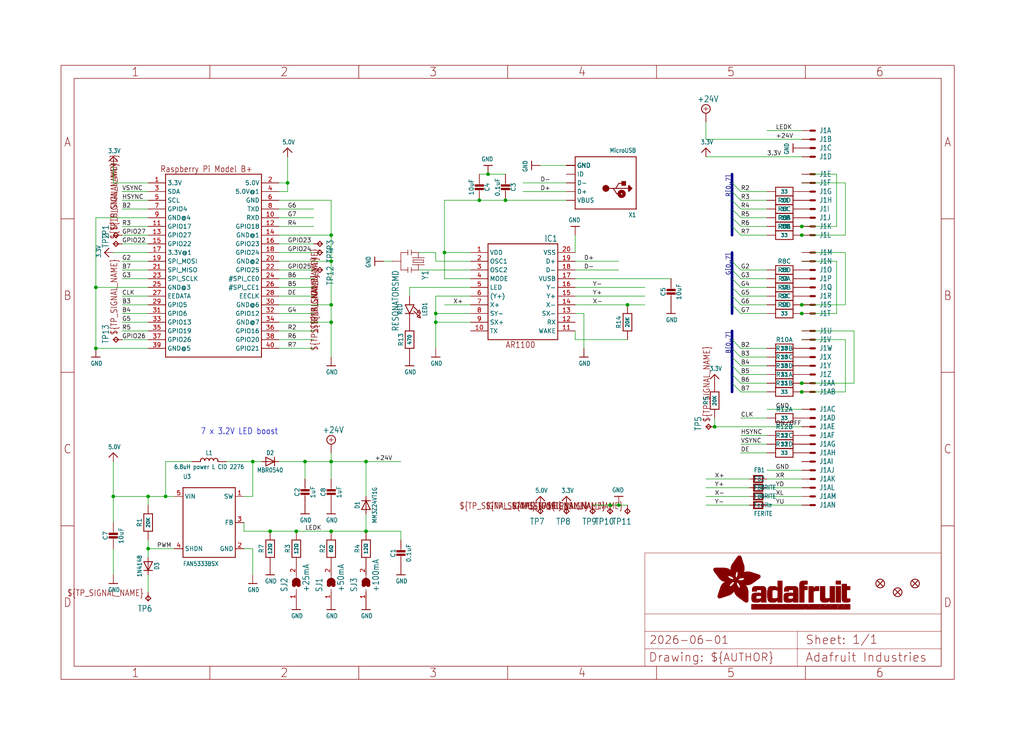
<source format=kicad_sch>
(kicad_sch (version 20230121) (generator eeschema)
  (paper "User" 298.45 217.322)
  (lib_symbols
    (symbol "working-eagle-import:+24V" (power)
      (property "Value" "+24V" (at -2.54 3.175 0))
      (symbol "+24V_1_0"
        (pin power_in line (at 0 -2.54 90) (length 2.54) (name "+24V") (number "1"))
      )
    )
    (symbol "working-eagle-import:3.3V" (power)
      (property "Value" "3.3V" (at -1.524 1.016 0))
      (symbol "3.3V_1_0"
        (pin power_in line (at 0 -2.54 90) (length 2.54) (name "3.3V") (number "1"))
      )
    )
    (symbol "working-eagle-import:40PINFPC4-1734839-0"
      (property "Reference" "J" (at 2.54 -0.762 0))
      (symbol "40PINFPC4-1734839-0_1_0"
        (pin passive line (at -2.54 0 0) (length 2.54) (name "MSV") (number "1"))
      )
      (symbol "40PINFPC4-1734839-0_2_0"
        (pin passive line (at -2.54 0 0) (length 2.54) (name "MS") (number "2"))
      )
      (symbol "40PINFPC4-1734839-0_3_0"
        (pin passive line (at -2.54 0 0) (length 2.54) (name "MS") (number "3"))
      )
      (symbol "40PINFPC4-1734839-0_4_0"
        (pin passive line (at -2.54 0 0) (length 2.54) (name "MS") (number "4"))
      )
      (symbol "40PINFPC4-1734839-0_5_0"
        (pin passive line (at -2.54 0 0) (length 2.54) (name "MS") (number "5"))
      )
      (symbol "40PINFPC4-1734839-0_6_0"
        (pin passive line (at -2.54 0 0) (length 2.54) (name "MS") (number "6"))
      )
      (symbol "40PINFPC4-1734839-0_7_0"
        (pin passive line (at -2.54 0 0) (length 2.54) (name "MS") (number "7"))
      )
      (symbol "40PINFPC4-1734839-0_8_0"
        (pin passive line (at -2.54 0 0) (length 2.54) (name "MS") (number "8"))
      )
      (symbol "40PINFPC4-1734839-0_9_0"
        (pin passive line (at -2.54 0 0) (length 2.54) (name "MS") (number "9"))
      )
      (symbol "40PINFPC4-1734839-0_10_0"
        (pin passive line (at -2.54 0 0) (length 2.54) (name "MS") (number "10"))
      )
      (symbol "40PINFPC4-1734839-0_11_0"
        (pin passive line (at -2.54 0 0) (length 2.54) (name "MS") (number "11"))
      )
      (symbol "40PINFPC4-1734839-0_12_0"
        (pin passive line (at -2.54 0 0) (length 2.54) (name "MS") (number "12"))
      )
      (symbol "40PINFPC4-1734839-0_13_0"
        (pin passive line (at -2.54 0 0) (length 2.54) (name "MS") (number "13"))
      )
      (symbol "40PINFPC4-1734839-0_14_0"
        (pin passive line (at -2.54 0 0) (length 2.54) (name "MS") (number "14"))
      )
      (symbol "40PINFPC4-1734839-0_15_0"
        (pin passive line (at -2.54 0 0) (length 2.54) (name "MS") (number "15"))
      )
      (symbol "40PINFPC4-1734839-0_16_0"
        (pin passive line (at -2.54 0 0) (length 2.54) (name "MS") (number "16"))
      )
      (symbol "40PINFPC4-1734839-0_17_0"
        (pin passive line (at -2.54 0 0) (length 2.54) (name "MS") (number "17"))
      )
      (symbol "40PINFPC4-1734839-0_18_0"
        (pin passive line (at -2.54 0 0) (length 2.54) (name "MS") (number "18"))
      )
      (symbol "40PINFPC4-1734839-0_19_0"
        (pin passive line (at -2.54 0 0) (length 2.54) (name "MS") (number "19"))
      )
      (symbol "40PINFPC4-1734839-0_20_0"
        (pin passive line (at -2.54 0 0) (length 2.54) (name "MS") (number "20"))
      )
      (symbol "40PINFPC4-1734839-0_21_0"
        (pin passive line (at -2.54 0 0) (length 2.54) (name "MS") (number "21"))
      )
      (symbol "40PINFPC4-1734839-0_22_0"
        (pin passive line (at -2.54 0 0) (length 2.54) (name "MS") (number "22"))
      )
      (symbol "40PINFPC4-1734839-0_23_0"
        (pin passive line (at -2.54 0 0) (length 2.54) (name "MS") (number "23"))
      )
      (symbol "40PINFPC4-1734839-0_24_0"
        (pin passive line (at -2.54 0 0) (length 2.54) (name "MS") (number "24"))
      )
      (symbol "40PINFPC4-1734839-0_25_0"
        (pin passive line (at -2.54 0 0) (length 2.54) (name "MS") (number "25"))
      )
      (symbol "40PINFPC4-1734839-0_26_0"
        (pin passive line (at -2.54 0 0) (length 2.54) (name "MS") (number "26"))
      )
      (symbol "40PINFPC4-1734839-0_27_0"
        (pin passive line (at -2.54 0 0) (length 2.54) (name "MS") (number "27"))
      )
      (symbol "40PINFPC4-1734839-0_28_0"
        (pin passive line (at -2.54 0 0) (length 2.54) (name "MS") (number "28"))
      )
      (symbol "40PINFPC4-1734839-0_29_0"
        (pin passive line (at -2.54 0 0) (length 2.54) (name "MS") (number "29"))
      )
      (symbol "40PINFPC4-1734839-0_30_0"
        (pin passive line (at -2.54 0 0) (length 2.54) (name "MS") (number "30"))
      )
      (symbol "40PINFPC4-1734839-0_31_0"
        (pin passive line (at -2.54 0 0) (length 2.54) (name "MS") (number "31"))
      )
      (symbol "40PINFPC4-1734839-0_32_0"
        (pin passive line (at -2.54 0 0) (length 2.54) (name "MS") (number "32"))
      )
      (symbol "40PINFPC4-1734839-0_33_0"
        (pin passive line (at -2.54 0 0) (length 2.54) (name "MS") (number "33"))
      )
      (symbol "40PINFPC4-1734839-0_34_0"
        (pin passive line (at -2.54 0 0) (length 2.54) (name "MS") (number "34"))
      )
      (symbol "40PINFPC4-1734839-0_35_0"
        (pin passive line (at -2.54 0 0) (length 2.54) (name "MS") (number "35"))
      )
      (symbol "40PINFPC4-1734839-0_36_0"
        (pin passive line (at -2.54 0 0) (length 2.54) (name "MS") (number "36"))
      )
      (symbol "40PINFPC4-1734839-0_37_0"
        (pin passive line (at -2.54 0 0) (length 2.54) (name "MS") (number "37"))
      )
      (symbol "40PINFPC4-1734839-0_38_0"
        (pin passive line (at -2.54 0 0) (length 2.54) (name "MS") (number "38"))
      )
      (symbol "40PINFPC4-1734839-0_39_0"
        (pin passive line (at -2.54 0 0) (length 2.54) (name "MS") (number "39"))
      )
      (symbol "40PINFPC4-1734839-0_40_0"
        (pin passive line (at -2.54 0 0) (length 2.54) (name "MS") (number "40"))
      )
    )
    (symbol "working-eagle-import:5.0V" (power)
      (property "Value" "5.0V" (at -1.524 1.016 0))
      (symbol "5.0V_1_0"
        (pin power_in line (at 0 -2.54 90) (length 2.54) (name "5.0V") (number "1"))
      )
    )
    (symbol "working-eagle-import:AR1100_SSOP"
      (property "Reference" "IC" (at 10.16 15.24 0))
      (symbol "AR1100_SSOP_1_0"
        (text "AR1100" (at -5.08 -17.78 0) (effects (font (size 1.778 1.5113)) (justify left bottom)))
        (pin power_in line (at -15.24 10.16 0) (length 5.08) (name "VDD") (number "1"))
        (pin output line (at -15.24 -12.7 0) (length 5.08) (name "TX") (number "10"))
        (pin input line (at 15.24 -12.7 180) (length 5.08) (name "WAKE") (number "11"))
        (pin input line (at 15.24 -10.16 180) (length 5.08) (name "RX") (number "12"))
        (pin bidirectional line (at 15.24 -7.62 180) (length 5.08) (name "SX-") (number "13"))
        (pin bidirectional line (at 15.24 -5.08 180) (length 5.08) (name "X-") (number "14"))
        (pin bidirectional line (at 15.24 -2.54 180) (length 5.08) (name "Y+") (number "15"))
        (pin bidirectional line (at 15.24 0 180) (length 5.08) (name "Y-") (number "16"))
        (pin power_in line (at 15.24 2.54 180) (length 5.08) (name "VUSB") (number "17"))
        (pin bidirectional line (at 15.24 5.08 180) (length 5.08) (name "D-") (number "18"))
        (pin bidirectional line (at 15.24 7.62 180) (length 5.08) (name "D+") (number "19"))
        (pin passive line (at -15.24 7.62 0) (length 5.08) (name "OSC1") (number "2"))
        (pin power_in line (at 15.24 10.16 180) (length 5.08) (name "VSS") (number "20"))
        (pin passive line (at -15.24 5.08 0) (length 5.08) (name "OSC2") (number "3"))
        (pin input line (at -15.24 2.54 0) (length 5.08) (name "MODE") (number "4"))
        (pin output line (at -15.24 0 0) (length 5.08) (name "LED") (number "5"))
        (pin bidirectional line (at -15.24 -2.54 0) (length 5.08) (name "(Y+)") (number "6"))
        (pin bidirectional line (at -15.24 -5.08 0) (length 5.08) (name "X+") (number "7"))
        (pin bidirectional line (at -15.24 -7.62 0) (length 5.08) (name "SY-") (number "8"))
        (pin bidirectional line (at -15.24 -10.16 0) (length 5.08) (name "SX+") (number "9"))
      )
    )
    (symbol "working-eagle-import:CAP_CERAMIC0805-NOOUTLINE"
      (property "Reference" "C" (at -2.29 1.25 90))
      (symbol "CAP_CERAMIC0805-NOOUTLINE_1_0"
        (pin passive line (at 0 5.08 270) (length 2.54) (name "1") (number "1"))
        (pin passive line (at 0 -2.54 90) (length 2.54) (name "2") (number "2"))
      )
    )
    (symbol "working-eagle-import:CAP_CERAMIC_0805MP"
      (property "Reference" "C" (at -2.29 1.25 90))
      (symbol "CAP_CERAMIC_0805MP_1_0"
        (pin passive line (at 0 5.08 270) (length 2.54) (name "1") (number "1"))
        (pin passive line (at 0 -2.54 90) (length 2.54) (name "2") (number "2"))
      )
    )
    (symbol "working-eagle-import:DIODESMA"
      (property "Reference" "D" (at 0 2.54 0))
      (symbol "DIODESMA_1_0"
        (pin passive line (at -2.54 0 0) (length 2.54) (name "A") (number "A"))
        (pin passive line (at 2.54 0 180) (length 2.54) (name "C") (number "C"))
      )
    )
    (symbol "working-eagle-import:DIODESOD-123"
      (property "Reference" "D" (at 0 2.54 0))
      (symbol "DIODESOD-123_1_0"
        (pin passive line (at -2.54 0 0) (length 2.54) (name "A") (number "A"))
        (pin passive line (at 2.54 0 180) (length 2.54) (name "C") (number "C"))
      )
    )
    (symbol "working-eagle-import:DIODESOD-323"
      (property "Reference" "D" (at 0 2.54 0))
      (symbol "DIODESOD-323_1_0"
        (pin passive line (at -2.54 0 0) (length 2.54) (name "A") (number "A"))
        (pin passive line (at 2.54 0 180) (length 2.54) (name "C") (number "C"))
      )
    )
    (symbol "working-eagle-import:FAN5331"
      (property "Reference" "U" (at -7.62 12.7 0))
      (symbol "FAN5331_1_0"
        (pin bidirectional line (at 10.16 7.62 180) (length 2.54) (name "SW") (number "1"))
        (pin bidirectional line (at 10.16 -7.62 180) (length 2.54) (name "GND") (number "2"))
        (pin bidirectional line (at 10.16 0 180) (length 2.54) (name "FB") (number "3"))
        (pin bidirectional line (at -10.16 -7.62 0) (length 2.54) (name "SHDN") (number "4"))
        (pin bidirectional line (at -10.16 7.62 0) (length 2.54) (name "VIN") (number "5"))
      )
    )
    (symbol "working-eagle-import:FERRITE_0805MP"
      (property "Reference" "FB" (at -1.27 1.905 0))
      (symbol "FERRITE_0805MP_1_0"
        (pin passive line (at -2.54 0 0) (length 2.54) (name "P$1") (number "1"))
        (pin passive line (at 2.54 0 180) (length 2.54) (name "P$2") (number "2"))
      )
    )
    (symbol "working-eagle-import:FIDUCIAL{dblquote}{dblquote}")
    (symbol "working-eagle-import:FRAME_A4_ADAFRUIT"
      (symbol "FRAME_A4_ADAFRUIT_1_0"
        (text "${#}/${##}" (at 230.505 10.16 0) (effects (font (size 2.54 2.54)) (justify left bottom)))
        (text "${AUTHOR}" (at 189.23 5.08 0) (effects (font (size 2.286 2.286)) (justify left bottom)))
        (text "${CURRENT_DATE}" (at 171.45 10.16 0) (effects (font (size 2.286 2.286)) (justify left bottom)))
        (text "${PROJECTNAME}" (at 171.45 15.24 0) (effects (font (size 2.54 2.54)) (justify left bottom)))
        (text "1" (at 21.6958 1.905 0) (effects (font (size 2.54 2.286))))
        (text "1" (at 21.6958 177.165 0) (effects (font (size 2.54 2.286))))
        (text "2" (at 65.0875 1.905 0) (effects (font (size 2.54 2.286))))
        (text "2" (at 65.0875 177.165 0) (effects (font (size 2.54 2.286))))
        (text "3" (at 108.4792 1.905 0) (effects (font (size 2.54 2.286))))
        (text "3" (at 108.4792 177.165 0) (effects (font (size 2.54 2.286))))
        (text "4" (at 151.8708 1.905 0) (effects (font (size 2.54 2.286))))
        (text "4" (at 151.8708 177.165 0) (effects (font (size 2.54 2.286))))
        (text "5" (at 195.2625 1.905 0) (effects (font (size 2.54 2.286))))
        (text "5" (at 195.2625 177.165 0) (effects (font (size 2.54 2.286))))
        (text "6" (at 238.6542 1.905 0) (effects (font (size 2.54 2.286))))
        (text "6" (at 238.6542 177.165 0) (effects (font (size 2.54 2.286))))
        (text "A" (at 1.905 156.6863 0) (effects (font (size 2.54 2.286))))
        (text "A" (at 258.445 156.6863 0) (effects (font (size 2.54 2.286))))
        (text "Adafruit Industries" (at 216.916 4.953 0) (effects (font (size 2.54 2.54)) (justify left bottom)))
        (text "B" (at 1.905 111.9188 0) (effects (font (size 2.54 2.286))))
        (text "B" (at 258.445 111.9188 0) (effects (font (size 2.54 2.286))))
        (text "C" (at 1.905 67.1513 0) (effects (font (size 2.54 2.286))))
        (text "C" (at 258.445 67.1513 0) (effects (font (size 2.54 2.286))))
        (text "D" (at 1.905 22.3838 0) (effects (font (size 2.54 2.286))))
        (text "D" (at 258.445 22.3838 0) (effects (font (size 2.54 2.286))))
        (text "Drawing:" (at 171.196 4.953 0) (effects (font (size 2.54 2.54)) (justify left bottom)))
        (text "Sheet:" (at 216.916 10.033 0) (effects (font (size 2.54 2.54)) (justify left bottom)))
      )
    )
    (symbol "working-eagle-import:GND" (power)
      (property "Value" "GND" (at -1.524 -2.54 0))
      (symbol "GND_1_0"
        (pin power_in line (at 0 2.54 270) (length 2.54) (name "GND") (number "1"))
      )
    )
    (symbol "working-eagle-import:INDUCTORNR5040"
      (property "Reference" "L" (at 0 2.54 0))
      (symbol "INDUCTORNR5040_1_0"
        (pin passive line (at -5.08 0 0) (length 2.54) (name "1") (number "P$1"))
        (pin passive line (at 5.08 0 180) (length 2.54) (name "2") (number "P$2"))
      )
    )
    (symbol "working-eagle-import:LED0805_NOOUTLINE"
      (property "Reference" "D" (at -1.27 4.445 0))
      (symbol "LED0805_NOOUTLINE_1_0"
        (pin passive line (at -5.08 0 0) (length 2.54) (name "A") (number "A"))
        (pin passive line (at 2.54 0 180) (length 2.54) (name "C") (number "C"))
      )
    )
    (symbol "working-eagle-import:RASPBERRYPI_BPLUS-SMT+SLOTS"
      (symbol "RASPBERRYPI_BPLUS-SMT+SLOTS_1_0"
        (text "Raspberry Pi Model B+" (at 12.7 25.4 0) (effects (font (size 1.778 1.5113)) (justify right top)))
        (pin power_in line (at -17.78 20.32 0) (length 5.08) (name "3.3V") (number "1"))
        (pin bidirectional line (at 20.32 10.16 180) (length 5.08) (name "RXD") (number "10"))
        (pin bidirectional line (at -17.78 7.62 0) (length 5.08) (name "GPIO17") (number "11"))
        (pin bidirectional line (at 20.32 7.62 180) (length 5.08) (name "GPIO18") (number "12"))
        (pin bidirectional line (at -17.78 5.08 0) (length 5.08) (name "GPIO27") (number "13"))
        (pin power_in line (at 20.32 5.08 180) (length 5.08) (name "GND@1") (number "14"))
        (pin bidirectional line (at -17.78 2.54 0) (length 5.08) (name "GPIO22") (number "15"))
        (pin bidirectional line (at 20.32 2.54 180) (length 5.08) (name "GPIO23") (number "16"))
        (pin power_in line (at -17.78 0 0) (length 5.08) (name "3.3V@1") (number "17"))
        (pin bidirectional line (at 20.32 0 180) (length 5.08) (name "GPIO24") (number "18"))
        (pin bidirectional line (at -17.78 -2.54 0) (length 5.08) (name "SPI_MOSI") (number "19"))
        (pin power_in line (at 20.32 20.32 180) (length 5.08) (name "5.0V") (number "2"))
        (pin power_in line (at 20.32 -2.54 180) (length 5.08) (name "GND@2") (number "20"))
        (pin bidirectional line (at -17.78 -5.08 0) (length 5.08) (name "SPI_MISO") (number "21"))
        (pin bidirectional line (at 20.32 -5.08 180) (length 5.08) (name "GPIO25") (number "22"))
        (pin bidirectional line (at -17.78 -7.62 0) (length 5.08) (name "SPI_SCLK") (number "23"))
        (pin bidirectional line (at 20.32 -7.62 180) (length 5.08) (name "#SPI_CE0") (number "24"))
        (pin power_in line (at -17.78 -10.16 0) (length 5.08) (name "GND@3") (number "25"))
        (pin bidirectional line (at 20.32 -10.16 180) (length 5.08) (name "#SPI_CE1") (number "26"))
        (pin bidirectional line (at -17.78 -12.7 0) (length 5.08) (name "EEDATA") (number "27"))
        (pin bidirectional line (at 20.32 -12.7 180) (length 5.08) (name "EECLK") (number "28"))
        (pin bidirectional line (at -17.78 -15.24 0) (length 5.08) (name "GPIO5") (number "29"))
        (pin bidirectional line (at -17.78 17.78 0) (length 5.08) (name "SDA") (number "3"))
        (pin power_in line (at 20.32 -15.24 180) (length 5.08) (name "GND@6") (number "30"))
        (pin bidirectional line (at -17.78 -17.78 0) (length 5.08) (name "GPIO6") (number "31"))
        (pin bidirectional line (at 20.32 -17.78 180) (length 5.08) (name "GPIO12") (number "32"))
        (pin bidirectional line (at -17.78 -20.32 0) (length 5.08) (name "GPIO13") (number "33"))
        (pin power_in line (at 20.32 -20.32 180) (length 5.08) (name "GND@7") (number "34"))
        (pin bidirectional line (at -17.78 -22.86 0) (length 5.08) (name "GPIO19") (number "35"))
        (pin bidirectional line (at 20.32 -22.86 180) (length 5.08) (name "GPIO16") (number "36"))
        (pin bidirectional line (at -17.78 -25.4 0) (length 5.08) (name "GPIO26") (number "37"))
        (pin bidirectional line (at 20.32 -25.4 180) (length 5.08) (name "GPIO20") (number "38"))
        (pin power_in line (at -17.78 -27.94 0) (length 5.08) (name "GND@5") (number "39"))
        (pin power_in line (at 20.32 17.78 180) (length 5.08) (name "5.0V@1") (number "4"))
        (pin bidirectional line (at 20.32 -27.94 180) (length 5.08) (name "GPIO21") (number "40"))
        (pin bidirectional line (at -17.78 15.24 0) (length 5.08) (name "SCL") (number "5"))
        (pin power_in line (at 20.32 15.24 180) (length 5.08) (name "GND") (number "6"))
        (pin bidirectional line (at -17.78 12.7 0) (length 5.08) (name "GPIO4") (number "7"))
        (pin bidirectional line (at 20.32 12.7 180) (length 5.08) (name "TXD") (number "8"))
        (pin power_in line (at -17.78 10.16 0) (length 5.08) (name "GND@4") (number "9"))
      )
    )
    (symbol "working-eagle-import:RESISTOR0805_NOOUTLINE"
      (property "Reference" "R" (at 0 2.54 0))
      (symbol "RESISTOR0805_NOOUTLINE_1_0"
        (pin passive line (at -5.08 0 0) (length 2.54) (name "1") (number "1"))
        (pin passive line (at 5.08 0 180) (length 2.54) (name "2") (number "2"))
      )
    )
    (symbol "working-eagle-import:RESISTOR_0805MP"
      (property "Reference" "R" (at 0 2.54 0))
      (symbol "RESISTOR_0805MP_1_0"
        (pin passive line (at -5.08 0 0) (length 2.54) (name "1") (number "1"))
        (pin passive line (at 5.08 0 180) (length 2.54) (name "2") (number "2"))
      )
    )
    (symbol "working-eagle-import:RESISTOR_4PACK"
      (property "Reference" "R" (at 0 2.54 0))
      (symbol "RESISTOR_4PACK_1_0"
        (pin passive line (at -5.08 0 0) (length 2.54) (name "1") (number "1"))
        (pin passive line (at 5.08 0 180) (length 2.54) (name "2") (number "8"))
      )
      (symbol "RESISTOR_4PACK_2_0"
        (pin passive line (at -5.08 0 0) (length 2.54) (name "1") (number "2"))
        (pin passive line (at 5.08 0 180) (length 2.54) (name "2") (number "7"))
      )
      (symbol "RESISTOR_4PACK_3_0"
        (pin passive line (at -5.08 0 0) (length 2.54) (name "1") (number "3"))
        (pin passive line (at 5.08 0 180) (length 2.54) (name "2") (number "6"))
      )
      (symbol "RESISTOR_4PACK_4_0"
        (pin passive line (at -5.08 0 0) (length 2.54) (name "1") (number "4"))
        (pin passive line (at 5.08 0 180) (length 2.54) (name "2") (number "5"))
      )
    )
    (symbol "working-eagle-import:RESONATORSMD"
      (property "Reference" "Y" (at 2.54 1.016 0))
      (symbol "RESONATORSMD_1_0"
        (pin passive line (at -2.54 0 0) (length 0) (name "1") (number "1"))
        (pin passive line (at 0 -7.62 90) (length 0) (name "2") (number "2"))
        (pin passive line (at 2.54 0 180) (length 0) (name "3") (number "3"))
      )
    )
    (symbol "working-eagle-import:SOLDERJUMPER"
      (property "Reference" "SJ" (at -2.54 2.54 0))
      (symbol "SOLDERJUMPER_1_0"
        (pin passive line (at -5.08 0 0) (length 2.54) (name "1") (number "1"))
        (pin passive line (at 5.08 0 180) (length 2.54) (name "2") (number "2"))
      )
    )
    (symbol "working-eagle-import:TPTP15SQ"
      (property "Reference" "TP" (at -1.27 1.27 0))
      (symbol "TPTP15SQ_1_0"
        (text "${TP_SIGNAL_NAME}" (at 1.27 -1.27 0) (effects (font (size 1.778 1.5113)) (justify left bottom)))
        (pin input line (at 0 -2.54 90) (length 2.54) (name "TP") (number "TP"))
      )
    )
    (symbol "working-eagle-import:USBMICRO_20329"
      (property "Reference" "X" (at -10.16 8.636 0))
      (symbol "USBMICRO_20329_1_0"
        (pin power_in line (at 10.16 -5.08 180) (length 2.54) (name "GND") (number "BASE@1"))
        (pin power_in line (at 10.16 -5.08 180) (length 2.54) (name "GND") (number "BASE@2"))
        (pin bidirectional line (at 10.16 2.54 180) (length 2.54) (name "D+") (number "D+"))
        (pin bidirectional line (at 10.16 0 180) (length 2.54) (name "D-") (number "D-"))
        (pin power_in line (at 10.16 -5.08 180) (length 2.54) (name "GND") (number "GND"))
        (pin bidirectional line (at 10.16 -2.54 180) (length 2.54) (name "ID") (number "ID"))
        (pin power_in line (at 10.16 -5.08 180) (length 2.54) (name "GND") (number "SPRT@1"))
        (pin power_in line (at 10.16 -5.08 180) (length 2.54) (name "GND") (number "SPRT@2"))
        (pin power_in line (at 10.16 -5.08 180) (length 2.54) (name "GND") (number "SPRT@3"))
        (pin power_in line (at 10.16 -5.08 180) (length 2.54) (name "GND") (number "SPRT@4"))
        (pin power_in line (at 10.16 5.08 180) (length 2.54) (name "VBUS") (number "VBUS"))
      )
    )
  )
  (junction (at 129.54 73.66))
  (junction (at 27.94 101.6))
  (junction (at 96.52 88.9))
  (junction (at 233.68 66.04))
  (junction (at 127 91.44))
  (junction (at 83.82 53.34))
  (junction (at 43.18 160.02))
  (junction (at 233.68 114.3))
  (junction (at 96.52 76.2))
  (junction (at 233.68 91.44))
  (junction (at 233.68 88.9))
  (junction (at 96.52 93.98))
  (junction (at 127 93.98))
  (junction (at 48.26 144.78))
  (junction (at 233.68 68.58))
  (junction (at 139.7 58.42))
  (junction (at 43.18 144.78))
  (junction (at 182.88 88.9))
  (junction (at 233.68 111.76))
  (junction (at 147.32 58.42))
  (junction (at 88.9 134.62))
  (junction (at 106.68 154.94))
  (junction (at 208.28 124.46))
  (junction (at 96.52 68.58))
  (junction (at 177.8 147.32))
  (junction (at 96.52 154.94))
  (junction (at 86.36 154.94))
  (junction (at 27.94 83.82))
  (junction (at 96.52 134.62))
  (junction (at 78.74 154.94))
  (junction (at 180.34 147.32))
  (junction (at 142.24 50.8))
  (junction (at 33.02 144.78))
  (junction (at 106.68 134.62))
  (junction (at 73.66 134.62))
  (bus_entry (at 215.9 104.14) (size -2.54 -2.54))
  (bus_entry (at 215.9 91.44) (size -2.54 -2.54))
  (bus_entry (at 215.9 58.42) (size -2.54 -2.54))
  (bus_entry (at 215.9 114.3) (size -2.54 -2.54))
  (bus_entry (at 215.9 66.04) (size -2.54 -2.54))
  (bus_entry (at 215.9 63.5) (size -2.54 -2.54))
  (bus_entry (at 215.9 111.76) (size -2.54 -2.54))
  (bus_entry (at 215.9 60.96) (size -2.54 -2.54))
  (bus_entry (at 215.9 86.36) (size -2.54 -2.54))
  (bus_entry (at 215.9 81.28) (size -2.54 -2.54))
  (bus_entry (at 215.9 109.22) (size -2.54 -2.54))
  (bus_entry (at 215.9 78.74) (size -2.54 -2.54))
  (bus_entry (at 215.9 55.88) (size -2.54 -2.54))
  (bus_entry (at 215.9 68.58) (size -2.54 -2.54))
  (bus_entry (at 215.9 83.82) (size -2.54 -2.54))
  (bus_entry (at 215.9 88.9) (size -2.54 -2.54))
  (bus_entry (at 215.9 106.68) (size -2.54 -2.54))
  (bus_entry (at 215.9 101.6) (size -2.54 -2.54))
  (wire (pts (xy 43.18 53.34) (xy 33.02 53.34)) (stroke (width 0.1524)))
  (wire (pts (xy 81.28 58.42) (xy 96.52 58.42)) (stroke (width 0.1524)))
  (wire (pts (xy 223.52 127) (xy 215.9 127)) (stroke (width 0.1524)))
  (wire (pts (xy 81.28 53.34) (xy 83.82 53.34)) (stroke (width 0.1524)))
  (wire (pts (xy 33.02 144.78) (xy 33.02 134.62)) (stroke (width 0.1524)))
  (bus (pts (xy 213.36 55.88) (xy 213.36 58.42)) (stroke (width 0.762)))
  (wire (pts (xy 243.84 91.44) (xy 233.68 91.44)) (stroke (width 0.1524)))
  (wire (pts (xy 167.64 91.44) (xy 170.18 91.44)) (stroke (width 0.1524)))
  (wire (pts (xy 35.56 96.52) (xy 43.18 96.52)) (stroke (width 0.1524)))
  (wire (pts (xy 35.56 71.12) (xy 43.18 71.12)) (stroke (width 0.1524)))
  (wire (pts (xy 165.1 53.34) (xy 152.4 53.34)) (stroke (width 0.1524)))
  (wire (pts (xy 233.68 73.66) (xy 246.38 73.66)) (stroke (width 0.1524)))
  (wire (pts (xy 73.66 160.02) (xy 73.66 167.64)) (stroke (width 0.1524)))
  (wire (pts (xy 137.16 81.28) (xy 129.54 81.28)) (stroke (width 0.1524)))
  (wire (pts (xy 35.56 66.04) (xy 43.18 66.04)) (stroke (width 0.1524)))
  (wire (pts (xy 43.18 83.82) (xy 27.94 83.82)) (stroke (width 0.1524)))
  (wire (pts (xy 233.68 142.24) (xy 223.52 142.24)) (stroke (width 0.1524)))
  (wire (pts (xy 233.68 96.52) (xy 248.92 96.52)) (stroke (width 0.1524)))
  (wire (pts (xy 167.64 83.82) (xy 187.96 83.82)) (stroke (width 0.1524)))
  (wire (pts (xy 233.68 137.16) (xy 223.52 137.16)) (stroke (width 0.1524)))
  (wire (pts (xy 71.12 160.02) (xy 73.66 160.02)) (stroke (width 0.1524)))
  (wire (pts (xy 172.72 147.32) (xy 177.8 147.32)) (stroke (width 0.1524)))
  (wire (pts (xy 246.38 88.9) (xy 233.68 88.9)) (stroke (width 0.1524)))
  (wire (pts (xy 119.38 83.82) (xy 137.16 83.82)) (stroke (width 0.1524)))
  (wire (pts (xy 223.52 104.14) (xy 215.9 104.14)) (stroke (width 0.1524)))
  (wire (pts (xy 83.82 53.34) (xy 83.82 45.72)) (stroke (width 0.1524)))
  (bus (pts (xy 213.36 50.8) (xy 213.36 53.34)) (stroke (width 0.762)))
  (bus (pts (xy 213.36 58.42) (xy 213.36 60.96)) (stroke (width 0.762)))
  (bus (pts (xy 213.36 73.66) (xy 213.36 76.2)) (stroke (width 0.762)))
  (wire (pts (xy 27.94 101.6) (xy 43.18 101.6)) (stroke (width 0.1524)))
  (wire (pts (xy 43.18 86.36) (xy 35.56 86.36)) (stroke (width 0.1524)))
  (wire (pts (xy 73.66 134.62) (xy 73.66 144.78)) (stroke (width 0.1524)))
  (wire (pts (xy 233.68 40.64) (xy 205.74 40.64)) (stroke (width 0.1524)))
  (wire (pts (xy 243.84 66.04) (xy 233.68 66.04)) (stroke (width 0.1524)))
  (wire (pts (xy 43.18 68.58) (xy 35.56 68.58)) (stroke (width 0.1524)))
  (wire (pts (xy 83.82 55.88) (xy 83.82 53.34)) (stroke (width 0.1524)))
  (wire (pts (xy 96.52 76.2) (xy 96.52 88.9)) (stroke (width 0.1524)))
  (bus (pts (xy 213.36 101.6) (xy 213.36 104.14)) (stroke (width 0.762)))
  (wire (pts (xy 48.26 144.78) (xy 48.26 134.62)) (stroke (width 0.1524)))
  (wire (pts (xy 246.38 73.66) (xy 246.38 88.9)) (stroke (width 0.1524)))
  (wire (pts (xy 137.16 88.9) (xy 129.54 88.9)) (stroke (width 0.1524)))
  (bus (pts (xy 213.36 104.14) (xy 213.36 106.68)) (stroke (width 0.762)))
  (wire (pts (xy 81.28 88.9) (xy 96.52 88.9)) (stroke (width 0.1524)))
  (bus (pts (xy 213.36 76.2) (xy 213.36 78.74)) (stroke (width 0.762)))
  (wire (pts (xy 43.18 76.2) (xy 35.56 76.2)) (stroke (width 0.1524)))
  (wire (pts (xy 33.02 144.78) (xy 33.02 152.4)) (stroke (width 0.1524)))
  (wire (pts (xy 35.56 58.42) (xy 43.18 58.42)) (stroke (width 0.1524)))
  (wire (pts (xy 248.92 96.52) (xy 248.92 111.76)) (stroke (width 0.1524)))
  (wire (pts (xy 167.64 86.36) (xy 187.96 86.36)) (stroke (width 0.1524)))
  (wire (pts (xy 33.02 53.34) (xy 33.02 48.26)) (stroke (width 0.1524)))
  (wire (pts (xy 81.28 68.58) (xy 96.52 68.58)) (stroke (width 0.1524)))
  (wire (pts (xy 71.12 152.4) (xy 71.12 154.94)) (stroke (width 0.1524)))
  (wire (pts (xy 43.18 88.9) (xy 35.56 88.9)) (stroke (width 0.1524)))
  (wire (pts (xy 88.9 139.7) (xy 88.9 134.62)) (stroke (width 0.1524)))
  (wire (pts (xy 223.52 109.22) (xy 215.9 109.22)) (stroke (width 0.1524)))
  (wire (pts (xy 48.26 134.62) (xy 55.88 134.62)) (stroke (width 0.1524)))
  (wire (pts (xy 81.28 71.12) (xy 91.44 71.12)) (stroke (width 0.1524)))
  (bus (pts (xy 213.36 86.36) (xy 213.36 88.9)) (stroke (width 0.762)))
  (wire (pts (xy 33.02 73.66) (xy 43.18 73.66)) (stroke (width 0.1524)))
  (wire (pts (xy 167.64 68.58) (xy 167.64 73.66)) (stroke (width 0.1524)))
  (wire (pts (xy 205.74 35.56) (xy 205.74 40.64)) (stroke (width 0.1524)))
  (wire (pts (xy 246.38 99.06) (xy 246.38 114.3)) (stroke (width 0.1524)))
  (wire (pts (xy 43.18 63.5) (xy 27.94 63.5)) (stroke (width 0.1524)))
  (wire (pts (xy 233.68 45.72) (xy 205.74 45.72)) (stroke (width 0.1524)))
  (wire (pts (xy 208.28 124.46) (xy 233.68 124.46)) (stroke (width 0.1524)))
  (wire (pts (xy 106.68 144.78) (xy 106.68 134.62)) (stroke (width 0.1524)))
  (wire (pts (xy 43.18 60.96) (xy 35.56 60.96)) (stroke (width 0.1524)))
  (wire (pts (xy 81.28 101.6) (xy 91.44 101.6)) (stroke (width 0.1524)))
  (wire (pts (xy 223.52 68.58) (xy 215.9 68.58)) (stroke (width 0.1524)))
  (wire (pts (xy 167.64 88.9) (xy 182.88 88.9)) (stroke (width 0.1524)))
  (wire (pts (xy 233.68 38.1) (xy 223.52 38.1)) (stroke (width 0.1524)))
  (wire (pts (xy 223.52 60.96) (xy 215.9 60.96)) (stroke (width 0.1524)))
  (wire (pts (xy 223.52 91.44) (xy 215.9 91.44)) (stroke (width 0.1524)))
  (wire (pts (xy 139.7 58.42) (xy 129.54 58.42)) (stroke (width 0.1524)))
  (wire (pts (xy 233.68 119.38) (xy 223.52 119.38)) (stroke (width 0.1524)))
  (wire (pts (xy 96.52 58.42) (xy 96.52 68.58)) (stroke (width 0.1524)))
  (wire (pts (xy 246.38 68.58) (xy 233.68 68.58)) (stroke (width 0.1524)))
  (wire (pts (xy 167.64 99.06) (xy 182.88 99.06)) (stroke (width 0.1524)))
  (wire (pts (xy 167.64 78.74) (xy 180.34 78.74)) (stroke (width 0.1524)))
  (wire (pts (xy 127 93.98) (xy 127 91.44)) (stroke (width 0.1524)))
  (wire (pts (xy 233.68 76.2) (xy 243.84 76.2)) (stroke (width 0.1524)))
  (wire (pts (xy 81.28 91.44) (xy 91.44 91.44)) (stroke (width 0.1524)))
  (wire (pts (xy 246.38 114.3) (xy 233.68 114.3)) (stroke (width 0.1524)))
  (wire (pts (xy 223.52 63.5) (xy 215.9 63.5)) (stroke (width 0.1524)))
  (bus (pts (xy 213.36 109.22) (xy 213.36 111.76)) (stroke (width 0.762)))
  (wire (pts (xy 223.52 81.28) (xy 215.9 81.28)) (stroke (width 0.1524)))
  (wire (pts (xy 137.16 93.98) (xy 127 93.98)) (stroke (width 0.1524)))
  (bus (pts (xy 213.36 96.52) (xy 213.36 99.06)) (stroke (width 0.762)))
  (wire (pts (xy 127 73.66) (xy 121.92 73.66)) (stroke (width 0.1524)))
  (wire (pts (xy 48.26 144.78) (xy 43.18 144.78)) (stroke (width 0.1524)))
  (wire (pts (xy 106.68 149.86) (xy 106.68 154.94)) (stroke (width 0.1524)))
  (wire (pts (xy 127 76.2) (xy 137.16 76.2)) (stroke (width 0.1524)))
  (wire (pts (xy 165.1 58.42) (xy 147.32 58.42)) (stroke (width 0.1524)))
  (wire (pts (xy 96.52 134.62) (xy 106.68 134.62)) (stroke (width 0.1524)))
  (bus (pts (xy 213.36 78.74) (xy 213.36 81.28)) (stroke (width 0.762)))
  (wire (pts (xy 96.52 88.9) (xy 96.52 93.98)) (stroke (width 0.1524)))
  (wire (pts (xy 147.32 50.8) (xy 142.24 50.8)) (stroke (width 0.1524)))
  (wire (pts (xy 116.84 154.94) (xy 116.84 157.48)) (stroke (width 0.1524)))
  (wire (pts (xy 218.44 139.7) (xy 205.74 139.7)) (stroke (width 0.1524)))
  (wire (pts (xy 137.16 73.66) (xy 129.54 73.66)) (stroke (width 0.1524)))
  (wire (pts (xy 81.28 76.2) (xy 96.52 76.2)) (stroke (width 0.1524)))
  (wire (pts (xy 35.56 91.44) (xy 43.18 91.44)) (stroke (width 0.1524)))
  (bus (pts (xy 213.36 63.5) (xy 213.36 66.04)) (stroke (width 0.762)))
  (wire (pts (xy 223.52 58.42) (xy 215.9 58.42)) (stroke (width 0.1524)))
  (wire (pts (xy 223.52 111.76) (xy 215.9 111.76)) (stroke (width 0.1524)))
  (wire (pts (xy 73.66 134.62) (xy 76.2 134.62)) (stroke (width 0.1524)))
  (wire (pts (xy 43.18 144.78) (xy 33.02 144.78)) (stroke (width 0.1524)))
  (wire (pts (xy 243.84 76.2) (xy 243.84 91.44)) (stroke (width 0.1524)))
  (wire (pts (xy 73.66 144.78) (xy 71.12 144.78)) (stroke (width 0.1524)))
  (wire (pts (xy 127 93.98) (xy 127 101.6)) (stroke (width 0.1524)))
  (bus (pts (xy 213.36 106.68) (xy 213.36 109.22)) (stroke (width 0.762)))
  (wire (pts (xy 233.68 139.7) (xy 223.52 139.7)) (stroke (width 0.1524)))
  (wire (pts (xy 81.28 93.98) (xy 96.52 93.98)) (stroke (width 0.1524)))
  (wire (pts (xy 129.54 58.42) (xy 129.54 73.66)) (stroke (width 0.1524)))
  (wire (pts (xy 223.52 114.3) (xy 215.9 114.3)) (stroke (width 0.1524)))
  (bus (pts (xy 213.36 53.34) (xy 213.36 55.88)) (stroke (width 0.762)))
  (wire (pts (xy 88.9 134.62) (xy 96.52 134.62)) (stroke (width 0.1524)))
  (wire (pts (xy 81.28 78.74) (xy 91.44 78.74)) (stroke (width 0.1524)))
  (wire (pts (xy 129.54 81.28) (xy 129.54 73.66)) (stroke (width 0.1524)))
  (wire (pts (xy 233.68 147.32) (xy 223.52 147.32)) (stroke (width 0.1524)))
  (wire (pts (xy 170.18 91.44) (xy 170.18 101.6)) (stroke (width 0.1524)))
  (wire (pts (xy 127 76.2) (xy 127 73.66)) (stroke (width 0.1524)))
  (wire (pts (xy 43.18 55.88) (xy 35.56 55.88)) (stroke (width 0.1524)))
  (wire (pts (xy 223.52 101.6) (xy 215.9 101.6)) (stroke (width 0.1524)))
  (wire (pts (xy 218.44 144.78) (xy 205.74 144.78)) (stroke (width 0.1524)))
  (wire (pts (xy 96.52 154.94) (xy 106.68 154.94)) (stroke (width 0.1524)))
  (bus (pts (xy 213.36 66.04) (xy 213.36 68.58)) (stroke (width 0.762)))
  (bus (pts (xy 213.36 60.96) (xy 213.36 63.5)) (stroke (width 0.762)))
  (wire (pts (xy 81.28 96.52) (xy 91.44 96.52)) (stroke (width 0.1524)))
  (wire (pts (xy 86.36 154.94) (xy 78.74 154.94)) (stroke (width 0.1524)))
  (wire (pts (xy 223.52 88.9) (xy 215.9 88.9)) (stroke (width 0.1524)))
  (wire (pts (xy 96.52 139.7) (xy 96.52 134.62)) (stroke (width 0.1524)))
  (wire (pts (xy 223.52 55.88) (xy 215.9 55.88)) (stroke (width 0.1524)))
  (bus (pts (xy 213.36 81.28) (xy 213.36 83.82)) (stroke (width 0.762)))
  (wire (pts (xy 81.28 134.62) (xy 88.9 134.62)) (stroke (width 0.1524)))
  (wire (pts (xy 233.68 99.06) (xy 246.38 99.06)) (stroke (width 0.1524)))
  (wire (pts (xy 27.94 63.5) (xy 27.94 83.82)) (stroke (width 0.1524)))
  (wire (pts (xy 127 86.36) (xy 127 91.44)) (stroke (width 0.1524)))
  (wire (pts (xy 50.8 144.78) (xy 48.26 144.78)) (stroke (width 0.1524)))
  (wire (pts (xy 81.28 83.82) (xy 91.44 83.82)) (stroke (width 0.1524)))
  (wire (pts (xy 43.18 167.64) (xy 43.18 172.72)) (stroke (width 0.1524)))
  (wire (pts (xy 233.68 144.78) (xy 223.52 144.78)) (stroke (width 0.1524)))
  (wire (pts (xy 165.1 55.88) (xy 152.4 55.88)) (stroke (width 0.1524)))
  (wire (pts (xy 119.38 86.36) (xy 119.38 83.82)) (stroke (width 0.1524)))
  (wire (pts (xy 111.76 76.2) (xy 114.3 76.2)) (stroke (width 0.1524)))
  (wire (pts (xy 121.92 78.74) (xy 137.16 78.74)) (stroke (width 0.1524)))
  (wire (pts (xy 142.24 50.8) (xy 139.7 50.8)) (stroke (width 0.1524)))
  (wire (pts (xy 81.28 60.96) (xy 91.44 60.96)) (stroke (width 0.1524)))
  (wire (pts (xy 43.18 160.02) (xy 43.18 162.56)) (stroke (width 0.1524)))
  (wire (pts (xy 33.02 160.02) (xy 33.02 167.64)) (stroke (width 0.1524)))
  (wire (pts (xy 223.52 129.54) (xy 215.9 129.54)) (stroke (width 0.1524)))
  (wire (pts (xy 223.52 106.68) (xy 215.9 106.68)) (stroke (width 0.1524)))
  (bus (pts (xy 213.36 83.82) (xy 213.36 86.36)) (stroke (width 0.762)))
  (wire (pts (xy 165.1 48.26) (xy 157.48 48.26)) (stroke (width 0.1524)))
  (wire (pts (xy 50.8 160.02) (xy 43.18 160.02)) (stroke (width 0.1524)))
  (wire (pts (xy 66.04 134.62) (xy 73.66 134.62)) (stroke (width 0.1524)))
  (wire (pts (xy 43.18 160.02) (xy 43.18 157.48)) (stroke (width 0.1524)))
  (wire (pts (xy 106.68 154.94) (xy 116.84 154.94)) (stroke (width 0.1524)))
  (wire (pts (xy 223.52 83.82) (xy 215.9 83.82)) (stroke (width 0.1524)))
  (bus (pts (xy 213.36 99.06) (xy 213.36 101.6)) (stroke (width 0.762)))
  (bus (pts (xy 213.36 111.76) (xy 213.36 114.3)) (stroke (width 0.762)))
  (wire (pts (xy 218.44 142.24) (xy 205.74 142.24)) (stroke (width 0.1524)))
  (wire (pts (xy 43.18 81.28) (xy 35.56 81.28)) (stroke (width 0.1524)))
  (wire (pts (xy 27.94 83.82) (xy 27.94 101.6)) (stroke (width 0.1524)))
  (wire (pts (xy 71.12 154.94) (xy 78.74 154.94)) (stroke (width 0.1524)))
  (wire (pts (xy 208.28 121.92) (xy 208.28 124.46)) (stroke (width 0.1524)))
  (wire (pts (xy 91.44 73.66) (xy 81.28 73.66)) (stroke (width 0.1524)))
  (wire (pts (xy 223.52 86.36) (xy 215.9 86.36)) (stroke (width 0.1524)))
  (wire (pts (xy 81.28 86.36) (xy 91.44 86.36)) (stroke (width 0.1524)))
  (wire (pts (xy 147.32 58.42) (xy 139.7 58.42)) (stroke (width 0.1524)))
  (wire (pts (xy 86.36 154.94) (xy 96.52 154.94)) (stroke (width 0.1524)))
  (wire (pts (xy 106.68 134.62) (xy 116.84 134.62)) (stroke (width 0.1524)))
  (wire (pts (xy 43.18 147.32) (xy 43.18 144.78)) (stroke (width 0.1524)))
  (wire (pts (xy 246.38 53.34) (xy 246.38 68.58)) (stroke (width 0.1524)))
  (wire (pts (xy 180.34 147.32) (xy 182.88 147.32)) (stroke (width 0.1524)))
  (wire (pts (xy 96.52 132.08) (xy 96.52 134.62)) (stroke (width 0.1524)))
  (wire (pts (xy 233.68 50.8) (xy 243.84 50.8)) (stroke (width 0.1524)))
  (wire (pts (xy 248.92 111.76) (xy 233.68 111.76)) (stroke (width 0.1524)))
  (wire (pts (xy 177.8 147.32) (xy 180.34 147.32)) (stroke (width 0.1524)))
  (wire (pts (xy 167.64 81.28) (xy 195.58 81.28)) (stroke (width 0.1524)))
  (wire (pts (xy 43.18 99.06) (xy 35.56 99.06)) (stroke (width 0.1524)))
  (wire (pts (xy 233.68 53.34) (xy 246.38 53.34)) (stroke (width 0.1524)))
  (wire (pts (xy 215.9 132.08) (xy 223.52 132.08)) (stroke (width 0.1524)))
  (wire (pts (xy 81.28 55.88) (xy 83.82 55.88)) (stroke (width 0.1524)))
  (wire (pts (xy 127 91.44) (xy 137.16 91.44)) (stroke (width 0.1524)))
  (wire (pts (xy 96.52 93.98) (xy 96.52 104.14)) (stroke (width 0.1524)))
  (wire (pts (xy 81.28 66.04) (xy 91.44 66.04)) (stroke (width 0.1524)))
  (wire (pts (xy 35.56 78.74) (xy 43.18 78.74)) (stroke (width 0.1524)))
  (wire (pts (xy 167.64 76.2) (xy 180.34 76.2)) (stroke (width 0.1524)))
  (wire (pts (xy 43.18 93.98) (xy 35.56 93.98)) (stroke (width 0.1524)))
  (wire (pts (xy 243.84 50.8) (xy 243.84 66.04)) (stroke (width 0.1524)))
  (wire (pts (xy 223.52 66.04) (xy 215.9 66.04)) (stroke (width 0.1524)))
  (bus (pts (xy 213.36 88.9) (xy 213.36 91.44)) (stroke (width 0.762)))
  (wire (pts (xy 205.74 147.32) (xy 218.44 147.32)) (stroke (width 0.1524)))
  (wire (pts (xy 91.44 63.5) (xy 81.28 63.5)) (stroke (width 0.1524)))
  (wire (pts (xy 223.52 121.92) (xy 215.9 121.92)) (stroke (width 0.1524)))
  (wire (pts (xy 137.16 86.36) (xy 127 86.36)) (stroke (width 0.1524)))
  (wire (pts (xy 91.44 81.28) (xy 81.28 81.28)) (stroke (width 0.1524)))
  (wire (pts (xy 81.28 99.06) (xy 91.44 99.06)) (stroke (width 0.1524)))
  (wire (pts (xy 182.88 88.9) (xy 187.96 88.9)) (stroke (width 0.1524)))
  (wire (pts (xy 167.64 96.52) (xy 167.64 99.06)) (stroke (width 0.1524)))
  (wire (pts (xy 223.52 78.74) (xy 215.9 78.74)) (stroke (width 0.1524)))
  (wire (pts (xy 96.52 68.58) (xy 96.52 76.2)) (stroke (width 0.1524)))
  (text "7 x 3.2V LED boost" (at 58.42 127 0) (effects (font (size 1.778 1.5113)) (justify left bottom)))
  (label "GPIO23" (at 83.82 71.12 0) (effects (font (size 1.2446 1.2446))))
  (label "X-" (at 172.72 88.9 0) (effects (font (size 1.2446 1.2446))))
  (label "R3" (at 215.9 58.42 0) (effects (font (size 1.2446 1.2446))))
  (label "YU" (at 226.06 147.32 0) (effects (font (size 1.2446 1.2446))))
  (label "B3" (at 215.9 104.14 0) (effects (font (size 1.2446 1.2446))))
  (label "G6" (at 215.9 88.9 0) (effects (font (size 1.2446 1.2446))))
  (label "R4" (at 215.9 60.96 0) (effects (font (size 1.2446 1.2446))))
  (label "B7" (at 215.9 114.3 0) (effects (font (size 1.2446 1.2446))))
  (label "YD" (at 226.06 142.24 0) (effects (font (size 1.2446 1.2446))))
  (label "R5" (at 35.56 96.52 0) (effects (font (size 1.2446 1.2446))))
  (label "Y+" (at 172.72 86.36 0) (effects (font (size 1.2446 1.2446))))
  (label "G[0..7]" (at 213.36 73.66 270) (effects (font (size 1.2446 1.2446))))
  (label "VSYNC" (at 35.56 55.88 0) (effects (font (size 1.2446 1.2446))))
  (label "GPIO22" (at 35.56 71.12 0) (effects (font (size 1.2446 1.2446))))
  (label "GPIO26" (at 35.56 99.06 0) (effects (font (size 1.2446 1.2446))))
  (label "B[0..7]" (at 213.36 96.52 270) (effects (font (size 1.2446 1.2446))))
  (label "G2" (at 215.9 78.74 0) (effects (font (size 1.2446 1.2446))))
  (label "LEDK" (at 88.9 154.94 0) (effects (font (size 1.2446 1.2446))))
  (label "GPIO24" (at 83.82 73.66 0) (effects (font (size 1.2446 1.2446))))
  (label "D+" (at 157.48 55.88 0) (effects (font (size 1.2446 1.2446))))
  (label "X-" (at 208.28 144.78 0) (effects (font (size 1.2446 1.2446))))
  (label "G7" (at 83.82 63.5 0) (effects (font (size 1.2446 1.2446))))
  (label "B5" (at 83.82 83.82 0) (effects (font (size 1.2446 1.2446))))
  (label "HSYNC" (at 35.56 58.42 0) (effects (font (size 1.2446 1.2446))))
  (label "R7" (at 215.9 68.58 0) (effects (font (size 1.2446 1.2446))))
  (label "+24V" (at 226.06 40.64 0) (effects (font (size 1.2446 1.2446))))
  (label "VSYNC" (at 215.9 129.54 0) (effects (font (size 1.2446 1.2446))))
  (label "G5" (at 215.9 86.36 0) (effects (font (size 1.2446 1.2446))))
  (label "3.3V" (at 223.52 45.72 0) (effects (font (size 1.2446 1.2446))))
  (label "B2" (at 35.56 60.96 0) (effects (font (size 1.2446 1.2446))))
  (label "GND" (at 226.06 119.38 0) (effects (font (size 1.2446 1.2446))))
  (label "R3" (at 35.56 66.04 0) (effects (font (size 1.2446 1.2446))))
  (label "B5" (at 215.9 109.22 0) (effects (font (size 1.2446 1.2446))))
  (label "R4" (at 83.82 66.04 0) (effects (font (size 1.2446 1.2446))))
  (label "DE" (at 83.82 86.36 0) (effects (font (size 1.2446 1.2446))))
  (label "G4" (at 83.82 91.44 0) (effects (font (size 1.2446 1.2446))))
  (label "G7" (at 215.9 91.44 0) (effects (font (size 1.2446 1.2446))))
  (label "GPIO27" (at 35.56 68.58 0) (effects (font (size 1.2446 1.2446))))
  (label "Y+" (at 208.28 142.24 0) (effects (font (size 1.2446 1.2446))))
  (label "G6" (at 83.82 60.96 0) (effects (font (size 1.2446 1.2446))))
  (label "ON/OFF" (at 226.06 124.46 0) (effects (font (size 1.2446 1.2446))))
  (label "B3" (at 35.56 88.9 0) (effects (font (size 1.2446 1.2446))))
  (label "G5" (at 35.56 93.98 0) (effects (font (size 1.2446 1.2446))))
  (label "D+" (at 170.18 76.2 0) (effects (font (size 1.2446 1.2446))))
  (label "R5" (at 215.9 63.5 0) (effects (font (size 1.2446 1.2446))))
  (label "GND" (at 226.06 137.16 0) (effects (font (size 1.2446 1.2446))))
  (label "G2" (at 35.56 76.2 0) (effects (font (size 1.2446 1.2446))))
  (label "HSYNC" (at 215.9 127 0) (effects (font (size 1.2446 1.2446))))
  (label "PWM" (at 45.72 160.02 0) (effects (font (size 1.2446 1.2446))))
  (label "R6" (at 215.9 66.04 0) (effects (font (size 1.2446 1.2446))))
  (label "D-" (at 170.18 78.74 0) (effects (font (size 1.2446 1.2446))))
  (label "D-" (at 157.48 53.34 0) (effects (font (size 1.2446 1.2446))))
  (label "R6" (at 83.82 99.06 0) (effects (font (size 1.2446 1.2446))))
  (label "G3" (at 215.9 81.28 0) (effects (font (size 1.2446 1.2446))))
  (label "R2" (at 83.82 96.52 0) (effects (font (size 1.2446 1.2446))))
  (label "B6" (at 215.9 111.76 0) (effects (font (size 1.2446 1.2446))))
  (label "LEDK" (at 226.06 38.1 0) (effects (font (size 1.2446 1.2446))))
  (label "DE" (at 215.9 132.08 0) (effects (font (size 1.2446 1.2446))))
  (label "G4" (at 215.9 83.82 0) (effects (font (size 1.2446 1.2446))))
  (label "B7" (at 35.56 78.74 0) (effects (font (size 1.2446 1.2446))))
  (label "G3" (at 35.56 81.28 0) (effects (font (size 1.2446 1.2446))))
  (label "CLK" (at 215.9 121.92 0) (effects (font (size 1.2446 1.2446))))
  (label "R7" (at 83.82 101.6 0) (effects (font (size 1.2446 1.2446))))
  (label "Y-" (at 208.28 147.32 0) (effects (font (size 1.2446 1.2446))))
  (label "B4" (at 215.9 106.68 0) (effects (font (size 1.2446 1.2446))))
  (label "Y-" (at 172.72 83.82 0) (effects (font (size 1.2446 1.2446))))
  (label "R2" (at 215.9 55.88 0) (effects (font (size 1.2446 1.2446))))
  (label "X+" (at 132.08 88.9 0) (effects (font (size 1.2446 1.2446))))
  (label "XL" (at 226.06 144.78 0) (effects (font (size 1.2446 1.2446))))
  (label "GPIO25" (at 83.82 78.74 0) (effects (font (size 1.2446 1.2446))))
  (label "CLK" (at 35.56 86.36 0) (effects (font (size 1.2446 1.2446))))
  (label "X+" (at 208.28 139.7 0) (effects (font (size 1.2446 1.2446))))
  (label "R[0..7]" (at 213.36 50.8 270) (effects (font (size 1.2446 1.2446))))
  (label "B2" (at 215.9 101.6 0) (effects (font (size 1.2446 1.2446))))
  (label "B4" (at 35.56 91.44 0) (effects (font (size 1.2446 1.2446))))
  (label "XR" (at 226.06 139.7 0) (effects (font (size 1.2446 1.2446))))
  (label "+24V" (at 109.22 134.62 0) (effects (font (size 1.2446 1.2446))))
  (label "B6" (at 83.82 81.28 0) (effects (font (size 1.2446 1.2446))))
  (symbol (lib_id "working-eagle-import:CAP_CERAMIC_0805MP") (at 88.9 144.78 0) (unit 1)
    (property "Reference" "C2" (at 86.61 143.53 90))
    (property "Value" "1uF" (at 91.2 143.53 90))
    (property "Footprint" "working:_0805MP" (effects hide))
  )
  (symbol (lib_id "working-eagle-import:GND") (at 170.18 104.14 0) (unit 1)
    (property "Reference" "#U$20" (effects hide))
    (property "Value" "GND" (at 168.656 106.68 0) (effects (font (size 1.27 1.0795)) (justify left bottom)))
  )
  (symbol (lib_id "working-eagle-import:TPTP15SQ") (at 172.72 149.86 180) (unit 1)
    (property "Reference" "TP9" (at 173.99 151.13 0) (effects (font (size 1.778 1.5113)) (justify left bottom)))
    (property "Value" "TPTP15SQ" (effects hide))
    (property "Footprint" "working:TP15SQ" (effects hide))
  )
  (symbol (lib_id "working-eagle-import:LED0805_NOOUTLINE") (at 119.38 91.44 270) (unit 1)
    (property "Reference" "LED1" (at 123.825 90.17 0) (effects (font (size 1.27 1.0795))))
    (property "Value" "RED" (at 116.586 90.17 0) (effects (font (size 1.27 1.0795))))
    (property "Footprint" "working:CHIPLED_0805_NOOUTLINE" (effects hide))
  )
  (symbol (lib_id "working-eagle-import:RESISTOR_4PACK") (at 228.6 68.58 0) (unit 2)
    (property "Reference" "R8" (at 228.6 66.04 0))
    (property "Value" "33" (at 228.6 68.58 0) (effects (font (size 1.016 1.016) bold)))
    (property "Footprint" "working:RESPACK_4X0603" (effects hide))
  )
  (symbol (lib_id "working-eagle-import:RESISTOR_4PACK") (at 228.6 111.76 0) (unit 1)
    (property "Reference" "R11" (at 228.6 109.22 0))
    (property "Value" "33" (at 228.6 111.76 0) (effects (font (size 1.016 1.016) bold)))
    (property "Footprint" "working:RESPACK_4X0603" (effects hide))
  )
  (symbol (lib_id "working-eagle-import:40PINFPC4-1734839-0") (at 236.22 109.22 0) (unit 26)
    (property "Reference" "J1" (at 238.76 109.982 0) (effects (font (size 1.524 1.2954)) (justify left bottom)))
    (property "Value" "40PINFPC4-1734839-0" (effects hide))
    (property "Footprint" "working:4-1734839-0" (effects hide))
  )
  (symbol (lib_id "working-eagle-import:SOLDERJUMPER") (at 86.36 170.18 90) (unit 1)
    (property "Reference" "SJ2" (at 83.82 172.72 0) (effects (font (size 1.778 1.5113)) (justify left bottom)))
    (property "Value" "+25mA" (at 90.17 172.72 0) (effects (font (size 1.778 1.5113)) (justify left bottom)))
    (property "Footprint" "working:SOLDERJUMPER_ARROW_NOPASTE" (effects hide))
  )
  (symbol (lib_id "working-eagle-import:40PINFPC4-1734839-0") (at 236.22 106.68 0) (unit 25)
    (property "Reference" "J1" (at 238.76 107.442 0) (effects (font (size 1.524 1.2954)) (justify left bottom)))
    (property "Value" "40PINFPC4-1734839-0" (effects hide))
    (property "Footprint" "working:4-1734839-0" (effects hide))
  )
  (symbol (lib_id "working-eagle-import:40PINFPC4-1734839-0") (at 236.22 73.66 0) (unit 13)
    (property "Reference" "J1" (at 238.76 74.422 0) (effects (font (size 1.524 1.2954)) (justify left bottom)))
    (property "Value" "40PINFPC4-1734839-0" (effects hide))
    (property "Footprint" "working:4-1734839-0" (effects hide))
  )
  (symbol (lib_id "working-eagle-import:40PINFPC4-1734839-0") (at 236.22 58.42 0) (unit 8)
    (property "Reference" "J1" (at 238.76 59.182 0) (effects (font (size 1.524 1.2954)) (justify left bottom)))
    (property "Value" "40PINFPC4-1734839-0" (effects hide))
    (property "Footprint" "working:4-1734839-0" (effects hide))
  )
  (symbol (lib_id "working-eagle-import:RESISTOR_0805MP") (at 208.28 116.84 90) (unit 1)
    (property "Reference" "R5" (at 205.74 116.84 0))
    (property "Value" "20K" (at 208.28 116.84 0) (effects (font (size 1.016 1.016) bold)))
    (property "Footprint" "working:_0805MP" (effects hide))
  )
  (symbol (lib_id "working-eagle-import:RESISTOR_4PACK") (at 228.6 104.14 0) (unit 2)
    (property "Reference" "R10" (at 228.6 101.6 0))
    (property "Value" "33" (at 228.6 104.14 0) (effects (font (size 1.016 1.016) bold)))
    (property "Footprint" "working:RESPACK_4X0603" (effects hide))
  )
  (symbol (lib_id "working-eagle-import:FRAME_A4_ADAFRUIT") (at 17.78 198.12 0) (unit 1)
    (property "Reference" "#U$33" (effects hide))
    (property "Value" "FRAME_A4_ADAFRUIT" (effects hide))
  )
  (symbol (lib_id "working-eagle-import:RESISTOR_4PACK") (at 228.6 101.6 0) (unit 1)
    (property "Reference" "R10" (at 228.6 99.06 0))
    (property "Value" "33" (at 228.6 101.6 0) (effects (font (size 1.016 1.016) bold)))
    (property "Footprint" "working:RESPACK_4X0603" (effects hide))
  )
  (symbol (lib_id "working-eagle-import:40PINFPC4-1734839-0") (at 236.22 127 0) (unit 32)
    (property "Reference" "J1" (at 238.76 127.762 0) (effects (font (size 1.524 1.2954)) (justify left bottom)))
    (property "Value" "40PINFPC4-1734839-0" (effects hide))
    (property "Footprint" "working:4-1734839-0" (effects hide))
  )
  (symbol (lib_id "working-eagle-import:RESISTOR_4PACK") (at 228.6 66.04 0) (unit 1)
    (property "Reference" "R8" (at 228.6 63.5 0))
    (property "Value" "33" (at 228.6 66.04 0) (effects (font (size 1.016 1.016) bold)))
    (property "Footprint" "working:RESPACK_4X0603" (effects hide))
  )
  (symbol (lib_id "working-eagle-import:RESISTOR_4PACK") (at 228.6 78.74 0) (unit 3)
    (property "Reference" "R8" (at 228.6 76.2 0))
    (property "Value" "33" (at 228.6 78.74 0) (effects (font (size 1.016 1.016) bold)))
    (property "Footprint" "working:RESPACK_4X0603" (effects hide))
  )
  (symbol (lib_id "working-eagle-import:FAN5331") (at 60.96 152.4 0) (unit 1)
    (property "Reference" "U3" (at 53.34 139.7 0) (effects (font (size 1.27 1.0795)) (justify left bottom)))
    (property "Value" "FAN5333BSX" (at 53.34 165.1 0) (effects (font (size 1.27 1.0795)) (justify left bottom)))
    (property "Footprint" "working:SOT23-5@1" (effects hide))
  )
  (symbol (lib_id "working-eagle-import:GND") (at 231.14 43.18 270) (unit 1)
    (property "Reference" "#U$10" (effects hide))
    (property "Value" "GND" (at 228.6 41.656 0) (effects (font (size 1.27 1.0795)) (justify left bottom)))
  )
  (symbol (lib_id "working-eagle-import:CAP_CERAMIC0805-NOOUTLINE") (at 195.58 86.36 0) (unit 1)
    (property "Reference" "C5" (at 193.29 85.11 90))
    (property "Value" "10uF" (at 197.88 85.11 90))
    (property "Footprint" "working:0805-NO" (effects hide))
  )
  (symbol (lib_id "working-eagle-import:DIODESMA") (at 106.68 147.32 90) (unit 1)
    (property "Reference" "D1" (at 104.14 147.32 0) (effects (font (size 1.27 1.0795))))
    (property "Value" "MM3Z24VT1G" (at 109.18 147.32 0) (effects (font (size 1.27 1.0795))))
    (property "Footprint" "working:SMADIODE" (effects hide))
  )
  (symbol (lib_id "working-eagle-import:40PINFPC4-1734839-0") (at 236.22 88.9 0) (unit 19)
    (property "Reference" "J1" (at 238.76 89.662 0) (effects (font (size 1.524 1.2954)) (justify left bottom)))
    (property "Value" "40PINFPC4-1734839-0" (effects hide))
    (property "Footprint" "working:4-1734839-0" (effects hide))
  )
  (symbol (lib_id "working-eagle-import:RESISTOR_4PACK") (at 228.6 63.5 180) (unit 1)
    (property "Reference" "R6" (at 228.6 66.04 0))
    (property "Value" "33" (at 228.6 63.5 0) (effects (font (size 1.016 1.016) bold)))
    (property "Footprint" "working:RESPACK_4X0603" (effects hide))
  )
  (symbol (lib_id "working-eagle-import:RESISTOR_4PACK") (at 228.6 86.36 0) (unit 2)
    (property "Reference" "R9" (at 228.6 83.82 0))
    (property "Value" "33" (at 228.6 86.36 0) (effects (font (size 1.016 1.016) bold)))
    (property "Footprint" "working:RESPACK_4X0603" (effects hide))
  )
  (symbol (lib_id "working-eagle-import:TPTP15SQ") (at 182.88 149.86 180) (unit 1)
    (property "Reference" "TP11" (at 184.15 151.13 0) (effects (font (size 1.778 1.5113)) (justify left bottom)))
    (property "Value" "TPTP15SQ" (effects hide))
    (property "Footprint" "working:TP15SQ" (effects hide))
  )
  (symbol (lib_id "working-eagle-import:TPTP15SQ") (at 33.02 99.06 90) (unit 1)
    (property "Reference" "TP13" (at 31.75 100.33 0) (effects (font (size 1.778 1.5113)) (justify left bottom)))
    (property "Value" "TPTP15SQ" (effects hide))
    (property "Footprint" "working:TP15SQ" (effects hide))
  )
  (symbol (lib_id "working-eagle-import:GND") (at 73.66 170.18 0) (unit 1)
    (property "Reference" "#U$13" (effects hide))
    (property "Value" "GND" (at 72.136 172.72 0) (effects (font (size 1.27 1.0795)) (justify left bottom)))
  )
  (symbol (lib_id "working-eagle-import:FIDUCIAL{dblquote}{dblquote}") (at 256.54 170.18 90) (unit 1)
    (property "Reference" "FID1" (effects hide))
    (property "Value" "FIDUCIAL{dblquote}{dblquote}" (effects hide))
    (property "Footprint" "working:FIDUCIAL_1MM" (effects hide))
  )
  (symbol (lib_id "working-eagle-import:INDUCTORNR5040") (at 60.96 134.62 0) (unit 1)
    (property "Reference" "L1" (at 60.96 132.08 0) (effects (font (size 1.27 1.0795))))
    (property "Value" "6.8uH power L CID 2276" (at 60.96 136.16 0) (effects (font (size 1.27 1.0795))))
    (property "Footprint" "working:INDUCTOR_5X5MM_NR5040_NOTHERMALS" (effects hide))
  )
  (symbol (lib_id "working-eagle-import:RASPBERRYPI_BPLUS-SMT+SLOTS") (at 60.96 73.66 0) (unit 1)
    (property "Reference" "RPI1" (effects hide))
    (property "Value" "RASPBERRYPI_BPLUS-SMT+SLOTS" (effects hide))
    (property "Footprint" "working:PI_HAT_SMT_SLOTS" (effects hide))
  )
  (symbol (lib_id "working-eagle-import:GND") (at 195.58 91.44 0) (unit 1)
    (property "Reference" "#U$25" (effects hide))
    (property "Value" "GND" (at 194.056 93.98 0) (effects (font (size 1.27 1.0795)) (justify left bottom)))
  )
  (symbol (lib_id "working-eagle-import:40PINFPC4-1734839-0") (at 236.22 144.78 0) (unit 39)
    (property "Reference" "J1" (at 238.76 145.542 0) (effects (font (size 1.524 1.2954)) (justify left bottom)))
    (property "Value" "40PINFPC4-1734839-0" (effects hide))
    (property "Footprint" "working:4-1734839-0" (effects hide))
  )
  (symbol (lib_id "working-eagle-import:RESISTOR_4PACK") (at 228.6 55.88 180) (unit 4)
    (property "Reference" "R6" (at 228.6 58.42 0))
    (property "Value" "33" (at 228.6 55.88 0) (effects (font (size 1.016 1.016) bold)))
    (property "Footprint" "working:RESPACK_4X0603" (effects hide))
  )
  (symbol (lib_id "working-eagle-import:DIODESOD-323") (at 43.18 165.1 270) (unit 1)
    (property "Reference" "D3" (at 45.72 165.1 0) (effects (font (size 1.27 1.0795))))
    (property "Value" "1N4148" (at 40.68 165.1 0) (effects (font (size 1.27 1.0795))))
    (property "Footprint" "working:SOD-323" (effects hide))
  )
  (symbol (lib_id "working-eagle-import:40PINFPC4-1734839-0") (at 236.22 101.6 0) (unit 23)
    (property "Reference" "J1" (at 238.76 102.362 0) (effects (font (size 1.524 1.2954)) (justify left bottom)))
    (property "Value" "40PINFPC4-1734839-0" (effects hide))
    (property "Footprint" "working:4-1734839-0" (effects hide))
  )
  (symbol (lib_id "working-eagle-import:40PINFPC4-1734839-0") (at 236.22 45.72 0) (unit 4)
    (property "Reference" "J1" (at 238.76 46.482 0) (effects (font (size 1.524 1.2954)) (justify left bottom)))
    (property "Value" "40PINFPC4-1734839-0" (effects hide))
    (property "Footprint" "working:4-1734839-0" (effects hide))
  )
  (symbol (lib_id "working-eagle-import:GND") (at 96.52 177.8 0) (unit 1)
    (property "Reference" "#U$6" (effects hide))
    (property "Value" "GND" (at 94.996 180.34 0) (effects (font (size 1.27 1.0795)) (justify left bottom)))
  )
  (symbol (lib_id "working-eagle-import:TPTP15SQ") (at 93.98 71.12 270) (unit 1)
    (property "Reference" "TP3" (at 95.25 69.85 0) (effects (font (size 1.778 1.5113)) (justify left bottom)))
    (property "Value" "TPTP15SQ" (effects hide))
    (property "Footprint" "working:TP15SQ" (effects hide))
  )
  (symbol (lib_id "working-eagle-import:GND") (at 109.22 76.2 270) (unit 1)
    (property "Reference" "#U$26" (effects hide))
    (property "Value" "GND" (at 106.68 74.676 0) (effects (font (size 1.27 1.0795)) (justify left bottom)))
  )
  (symbol (lib_id "working-eagle-import:RESISTOR_4PACK") (at 228.6 83.82 0) (unit 1)
    (property "Reference" "R9" (at 228.6 81.28 0))
    (property "Value" "33" (at 228.6 83.82 0) (effects (font (size 1.016 1.016) bold)))
    (property "Footprint" "working:RESPACK_4X0603" (effects hide))
  )
  (symbol (lib_id "working-eagle-import:RESISTOR0805_NOOUTLINE") (at 78.74 160.02 90) (unit 1)
    (property "Reference" "R7" (at 76.2 160.02 0))
    (property "Value" "12Ω" (at 78.74 160.02 0) (effects (font (size 1.016 1.016) bold)))
    (property "Footprint" "working:0805-NO" (effects hide))
  )
  (symbol (lib_id "working-eagle-import:5.0V") (at 157.48 144.78 0) (unit 1)
    (property "Reference" "#U$27" (effects hide))
    (property "Value" "5.0V" (at 155.956 143.764 0) (effects (font (size 1.27 1.0795)) (justify left bottom)))
  )
  (symbol (lib_id "working-eagle-import:SOLDERJUMPER") (at 96.52 170.18 90) (unit 1)
    (property "Reference" "SJ1" (at 93.98 172.72 0) (effects (font (size 1.778 1.5113)) (justify left bottom)))
    (property "Value" "+50mA" (at 100.33 172.72 0) (effects (font (size 1.778 1.5113)) (justify left bottom)))
    (property "Footprint" "working:SOLDERJUMPER_ARROW_NOPASTE" (effects hide))
  )
  (symbol (lib_id "working-eagle-import:FIDUCIAL{dblquote}{dblquote}") (at 261.62 172.72 90) (unit 1)
    (property "Reference" "FID2" (effects hide))
    (property "Value" "FIDUCIAL{dblquote}{dblquote}" (effects hide))
    (property "Footprint" "working:FIDUCIAL_1MM" (effects hide))
  )
  (symbol (lib_id "working-eagle-import:+24V") (at 96.52 129.54 0) (unit 1)
    (property "Reference" "#SUPPLY1" (effects hide))
    (property "Value" "+24V" (at 93.98 126.365 0) (effects (font (size 1.778 1.5113)) (justify left bottom)))
  )
  (symbol (lib_id "working-eagle-import:RESISTOR_4PACK") (at 228.6 109.22 0) (unit 4)
    (property "Reference" "R10" (at 228.6 106.68 0))
    (property "Value" "33" (at 228.6 109.22 0) (effects (font (size 1.016 1.016) bold)))
    (property "Footprint" "working:RESPACK_4X0603" (effects hide))
  )
  (symbol (lib_id "working-eagle-import:3.3V") (at 205.74 43.18 0) (unit 1)
    (property "Reference" "#U$9" (effects hide))
    (property "Value" "3.3V" (at 204.216 42.164 0) (effects (font (size 1.27 1.0795)) (justify left bottom)))
  )
  (symbol (lib_id "working-eagle-import:FERRITE_0805MP") (at 220.98 142.24 0) (unit 1)
    (property "Reference" "FB2" (at 219.71 140.335 0) (effects (font (size 1.27 1.0795)) (justify left bottom)))
    (property "Value" "FERRITE" (at 219.71 145.415 0) (effects (font (size 1.27 1.0795)) (justify left bottom)))
    (property "Footprint" "working:_0805MP" (effects hide))
  )
  (symbol (lib_id "working-eagle-import:RESISTOR_4PACK") (at 228.6 88.9 0) (unit 3)
    (property "Reference" "R9" (at 228.6 86.36 0))
    (property "Value" "33" (at 228.6 88.9 0) (effects (font (size 1.016 1.016) bold)))
    (property "Footprint" "working:RESPACK_4X0603" (effects hide))
  )
  (symbol (lib_id "working-eagle-import:TPTP15SQ") (at 33.02 68.58 90) (unit 1)
    (property "Reference" "TP1" (at 31.75 69.85 0) (effects (font (size 1.778 1.5113)) (justify left bottom)))
    (property "Value" "TPTP15SQ" (effects hide))
    (property "Footprint" "working:TP15SQ" (effects hide))
  )
  (symbol (lib_id "working-eagle-import:40PINFPC4-1734839-0") (at 236.22 99.06 0) (unit 22)
    (property "Reference" "J1" (at 238.76 99.822 0) (effects (font (size 1.524 1.2954)) (justify left bottom)))
    (property "Value" "40PINFPC4-1734839-0" (effects hide))
    (property "Footprint" "working:4-1734839-0" (effects hide))
  )
  (symbol (lib_id "working-eagle-import:USBMICRO_20329") (at 175.26 53.34 180) (unit 1)
    (property "Reference" "X1" (at 185.42 61.976 0) (effects (font (size 1.27 1.0795)) (justify left bottom)))
    (property "Value" "MicroUSB" (at 185.42 43.18 0) (effects (font (size 1.27 1.0795)) (justify left bottom)))
    (property "Footprint" "working:4UCONN_20329" (effects hide))
  )
  (symbol (lib_id "working-eagle-import:GND") (at 127 104.14 0) (unit 1)
    (property "Reference" "#U$23" (effects hide))
    (property "Value" "GND" (at 125.476 106.68 0) (effects (font (size 1.27 1.0795)) (justify left bottom)))
  )
  (symbol (lib_id "working-eagle-import:RESISTOR_4PACK") (at 228.6 106.68 0) (unit 3)
    (property "Reference" "R10" (at 228.6 104.14 0))
    (property "Value" "33" (at 228.6 106.68 0) (effects (font (size 1.016 1.016) bold)))
    (property "Footprint" "working:RESPACK_4X0603" (effects hide))
  )
  (symbol (lib_id "working-eagle-import:40PINFPC4-1734839-0") (at 236.22 38.1 0) (unit 1)
    (property "Reference" "J1" (at 238.76 38.862 0) (effects (font (size 1.524 1.2954)) (justify left bottom)))
    (property "Value" "40PINFPC4-1734839-0" (effects hide))
    (property "Footprint" "working:4-1734839-0" (effects hide))
  )
  (symbol (lib_id "working-eagle-import:RESISTOR0805_NOOUTLINE") (at 86.36 160.02 90) (unit 1)
    (property "Reference" "R3" (at 83.82 160.02 0))
    (property "Value" "12Ω" (at 86.36 160.02 0) (effects (font (size 1.016 1.016) bold)))
    (property "Footprint" "working:0805-NO" (effects hide))
  )
  (symbol (lib_id "working-eagle-import:GND") (at 116.84 167.64 0) (unit 1)
    (property "Reference" "#U$2" (effects hide))
    (property "Value" "GND" (at 115.316 170.18 0) (effects (font (size 1.27 1.0795)) (justify left bottom)))
  )
  (symbol (lib_id "working-eagle-import:TPTP15SQ") (at 33.02 71.12 90) (unit 1)
    (property "Reference" "TP2" (at 31.75 72.39 0) (effects (font (size 1.778 1.5113)) (justify left bottom)))
    (property "Value" "TPTP15SQ" (effects hide))
    (property "Footprint" "working:TP15SQ" (effects hide))
  )
  (symbol (lib_id "working-eagle-import:40PINFPC4-1734839-0") (at 236.22 43.18 0) (unit 3)
    (property "Reference" "J1" (at 238.76 43.942 0) (effects (font (size 1.524 1.2954)) (justify left bottom)))
    (property "Value" "40PINFPC4-1734839-0" (effects hide))
    (property "Footprint" "working:4-1734839-0" (effects hide))
  )
  (symbol (lib_id "working-eagle-import:FERRITE_0805MP") (at 220.98 139.7 0) (unit 1)
    (property "Reference" "FB1" (at 219.71 137.795 0) (effects (font (size 1.27 1.0795)) (justify left bottom)))
    (property "Value" "FERRITE" (at 219.71 142.875 0) (effects (font (size 1.27 1.0795)) (justify left bottom)))
    (property "Footprint" "working:_0805MP" (effects hide))
  )
  (symbol (lib_id "working-eagle-import:RESISTOR_4PACK") (at 228.6 129.54 0) (unit 3)
    (property "Reference" "R12" (at 228.6 127 0))
    (property "Value" "33" (at 228.6 129.54 0) (effects (font (size 1.016 1.016) bold)))
    (property "Footprint" "working:RESPACK_4X0603" (effects hide))
  )
  (symbol (lib_id "working-eagle-import:TPTP15SQ") (at 177.8 149.86 180) (unit 1)
    (property "Reference" "TP10" (at 179.07 151.13 0) (effects (font (size 1.778 1.5113)) (justify left bottom)))
    (property "Value" "TPTP15SQ" (effects hide))
    (property "Footprint" "working:TP15SQ" (effects hide))
  )
  (symbol (lib_id "working-eagle-import:40PINFPC4-1734839-0") (at 236.22 119.38 0) (unit 29)
    (property "Reference" "J1" (at 238.76 120.142 0) (effects (font (size 1.524 1.2954)) (justify left bottom)))
    (property "Value" "40PINFPC4-1734839-0" (effects hide))
    (property "Footprint" "working:4-1734839-0" (effects hide))
  )
  (symbol (lib_id "working-eagle-import:40PINFPC4-1734839-0") (at 236.22 78.74 0) (unit 15)
    (property "Reference" "J1" (at 238.76 79.502 0) (effects (font (size 1.524 1.2954)) (justify left bottom)))
    (property "Value" "40PINFPC4-1734839-0" (effects hide))
    (property "Footprint" "working:4-1734839-0" (effects hide))
  )
  (symbol (lib_id "working-eagle-import:TPTP15SQ") (at 165.1 149.86 180) (unit 1)
    (property "Reference" "TP8" (at 166.37 151.13 0) (effects (font (size 1.778 1.5113)) (justify left bottom)))
    (property "Value" "TPTP15SQ" (effects hide))
    (property "Footprint" "working:TP15SQ" (effects hide))
  )
  (symbol (lib_id "working-eagle-import:RESISTOR0805_NOOUTLINE") (at 96.52 160.02 90) (unit 1)
    (property "Reference" "R2" (at 93.98 160.02 0))
    (property "Value" "6Ω" (at 96.52 160.02 0) (effects (font (size 1.016 1.016) bold)))
    (property "Footprint" "working:0805-NO" (effects hide))
  )
  (symbol (lib_id "working-eagle-import:TPTP15SQ") (at 43.18 175.26 180) (unit 1)
    (property "Reference" "TP6" (at 44.45 176.53 0) (effects (font (size 1.778 1.5113)) (justify left bottom)))
    (property "Value" "TPTP15SQ" (effects hide))
    (property "Footprint" "working:TP15SQ" (effects hide))
  )
  (symbol (lib_id "working-eagle-import:40PINFPC4-1734839-0") (at 236.22 111.76 0) (unit 27)
    (property "Reference" "J1" (at 238.76 112.522 0) (effects (font (size 1.524 1.2954)) (justify left bottom)))
    (property "Value" "40PINFPC4-1734839-0" (effects hide))
    (property "Footprint" "working:4-1734839-0" (effects hide))
  )
  (symbol (lib_id "working-eagle-import:40PINFPC4-1734839-0") (at 236.22 66.04 0) (unit 11)
    (property "Reference" "J1" (at 238.76 66.802 0) (effects (font (size 1.524 1.2954)) (justify left bottom)))
    (property "Value" "40PINFPC4-1734839-0" (effects hide))
    (property "Footprint" "working:4-1734839-0" (effects hide))
  )
  (symbol (lib_id "working-eagle-import:40PINFPC4-1734839-0") (at 236.22 63.5 0) (unit 10)
    (property "Reference" "J1" (at 238.76 64.262 0) (effects (font (size 1.524 1.2954)) (justify left bottom)))
    (property "Value" "40PINFPC4-1734839-0" (effects hide))
    (property "Footprint" "working:4-1734839-0" (effects hide))
  )
  (symbol (lib_id "working-eagle-import:40PINFPC4-1734839-0") (at 236.22 55.88 0) (unit 7)
    (property "Reference" "J1" (at 238.76 56.642 0) (effects (font (size 1.524 1.2954)) (justify left bottom)))
    (property "Value" "40PINFPC4-1734839-0" (effects hide))
    (property "Footprint" "working:4-1734839-0" (effects hide))
  )
  (symbol (lib_id "working-eagle-import:FERRITE_0805MP") (at 220.98 144.78 0) (unit 1)
    (property "Reference" "FB3" (at 219.71 142.875 0) (effects (font (size 1.27 1.0795)) (justify left bottom)))
    (property "Value" "Ferrite" (at 219.71 147.955 0) (effects (font (size 1.27 1.0795)) (justify left bottom)))
    (property "Footprint" "working:_0805MP" (effects hide))
  )
  (symbol (lib_id "working-eagle-import:TPTP15SQ") (at 93.98 78.74 270) (unit 1)
    (property "Reference" "TP12" (at 95.25 77.47 0) (effects (font (size 1.778 1.5113)) (justify left bottom)))
    (property "Value" "TPTP15SQ" (effects hide))
    (property "Footprint" "working:TP15SQ" (effects hide))
  )
  (symbol (lib_id "working-eagle-import:CAP_CERAMIC0805-NOOUTLINE") (at 147.32 53.34 180) (unit 1)
    (property "Reference" "C3" (at 149.61 54.59 90))
    (property "Value" "0.1uF" (at 145.02 54.59 90))
    (property "Footprint" "working:0805-NO" (effects hide))
  )
  (symbol (lib_id "working-eagle-import:40PINFPC4-1734839-0") (at 236.22 134.62 0) (unit 35)
    (property "Reference" "J1" (at 238.76 135.382 0) (effects (font (size 1.524 1.2954)) (justify left bottom)))
    (property "Value" "40PINFPC4-1734839-0" (effects hide))
    (property "Footprint" "working:4-1734839-0" (effects hide))
  )
  (symbol (lib_id "working-eagle-import:GND") (at 119.38 106.68 0) (unit 1)
    (property "Reference" "#U$19" (effects hide))
    (property "Value" "GND" (at 117.856 109.22 0) (effects (font (size 1.27 1.0795)) (justify left bottom)))
  )
  (symbol (lib_id "working-eagle-import:40PINFPC4-1734839-0") (at 236.22 139.7 0) (unit 37)
    (property "Reference" "J1" (at 238.76 140.462 0) (effects (font (size 1.524 1.2954)) (justify left bottom)))
    (property "Value" "40PINFPC4-1734839-0" (effects hide))
    (property "Footprint" "working:4-1734839-0" (effects hide))
  )
  (symbol (lib_id "working-eagle-import:FIDUCIAL{dblquote}{dblquote}") (at 266.7 170.18 90) (unit 1)
    (property "Reference" "FID3" (effects hide))
    (property "Value" "FIDUCIAL{dblquote}{dblquote}" (effects hide))
    (property "Footprint" "working:FIDUCIAL_1MM" (effects hide))
  )
  (symbol (lib_id "working-eagle-import:RESISTOR0805_NOOUTLINE") (at 106.68 160.02 90) (unit 1)
    (property "Reference" "R4" (at 104.14 160.02 0))
    (property "Value" "12Ω" (at 106.68 160.02 0) (effects (font (size 1.016 1.016) bold)))
    (property "Footprint" "working:0805-NO" (effects hide))
  )
  (symbol (lib_id "working-eagle-import:RESISTOR_4PACK") (at 228.6 58.42 180) (unit 3)
    (property "Reference" "R6" (at 228.6 60.96 0))
    (property "Value" "33" (at 228.6 58.42 0) (effects (font (size 1.016 1.016) bold)))
    (property "Footprint" "working:RESPACK_4X0603" (effects hide))
  )
  (symbol (lib_id "working-eagle-import:GND") (at 142.24 48.26 180) (unit 1)
    (property "Reference" "#U$24" (effects hide))
    (property "Value" "GND" (at 143.764 45.72 0) (effects (font (size 1.27 1.0795)) (justify left bottom)))
  )
  (symbol (lib_id "working-eagle-import:CAP_CERAMIC0805-NOOUTLINE") (at 139.7 53.34 180) (unit 1)
    (property "Reference" "C4" (at 141.99 54.59 90))
    (property "Value" "10uF" (at 137.4 54.59 90))
    (property "Footprint" "working:0805-NO" (effects hide))
  )
  (symbol (lib_id "working-eagle-import:40PINFPC4-1734839-0") (at 236.22 86.36 0) (unit 18)
    (property "Reference" "J1" (at 238.76 87.122 0) (effects (font (size 1.524 1.2954)) (justify left bottom)))
    (property "Value" "40PINFPC4-1734839-0" (effects hide))
    (property "Footprint" "working:4-1734839-0" (effects hide))
  )
  (symbol (lib_id "working-eagle-import:GND") (at 180.34 144.78 180) (unit 1)
    (property "Reference" "#U$29" (effects hide))
    (property "Value" "GND" (at 181.864 142.24 0) (effects (font (size 1.27 1.0795)) (justify left bottom)))
  )
  (symbol (lib_id "working-eagle-import:GND") (at 78.74 167.64 0) (unit 1)
    (property "Reference" "#U$11" (effects hide))
    (property "Value" "GND" (at 77.216 170.18 0) (effects (font (size 1.27 1.0795)) (justify left bottom)))
  )
  (symbol (lib_id "working-eagle-import:CAP_CERAMIC0805-NOOUTLINE") (at 96.52 144.78 0) (unit 1)
    (property "Reference" "C8" (at 94.23 143.53 90))
    (property "Value" "1uF" (at 98.82 143.53 90))
    (property "Footprint" "working:0805-NO" (effects hide))
  )
  (symbol (lib_id "working-eagle-import:RESISTOR_4PACK") (at 228.6 132.08 0) (unit 4)
    (property "Reference" "R12" (at 228.6 129.54 0))
    (property "Value" "33" (at 228.6 132.08 0) (effects (font (size 1.016 1.016) bold)))
    (property "Footprint" "working:RESPACK_4X0603" (effects hide))
  )
  (symbol (lib_id "working-eagle-import:AR1100_SSOP") (at 152.4 83.82 0) (unit 1)
    (property "Reference" "IC1" (at 162.56 68.58 0) (effects (font (size 1.778 1.5113)) (justify right top)))
    (property "Value" "AR1100_SSOP" (effects hide))
    (property "Footprint" "working:TSSOP20-5.3MMBODY" (effects hide))
  )
  (symbol (lib_id "working-eagle-import:40PINFPC4-1734839-0") (at 236.22 40.64 0) (unit 2)
    (property "Reference" "J1" (at 238.76 41.402 0) (effects (font (size 1.524 1.2954)) (justify left bottom)))
    (property "Value" "40PINFPC4-1734839-0" (effects hide))
    (property "Footprint" "working:4-1734839-0" (effects hide))
  )
  (symbol (lib_id "working-eagle-import:RESISTOR_4PACK") (at 228.6 127 0) (unit 2)
    (property "Reference" "R12" (at 228.6 124.46 0))
    (property "Value" "33" (at 228.6 127 0) (effects (font (size 1.016 1.016) bold)))
    (property "Footprint" "working:RESPACK_4X0603" (effects hide))
  )
  (symbol (lib_id "working-eagle-import:+24V") (at 205.74 33.02 0) (unit 1)
    (property "Reference" "#SUPPLY2" (effects hide))
    (property "Value" "+24V" (at 203.2 29.845 0) (effects (font (size 1.778 1.5113)) (justify left bottom)))
  )
  (symbol (lib_id "working-eagle-import:GND") (at 88.9 149.86 0) (unit 1)
    (property "Reference" "#U$5" (effects hide))
    (property "Value" "GND" (at 87.376 152.4 0) (effects (font (size 1.27 1.0795)) (justify left bottom)))
  )
  (symbol (lib_id "working-eagle-import:40PINFPC4-1734839-0") (at 236.22 96.52 0) (unit 21)
    (property "Reference" "J1" (at 238.76 97.282 0) (effects (font (size 1.524 1.2954)) (justify left bottom)))
    (property "Value" "40PINFPC4-1734839-0" (effects hide))
    (property "Footprint" "working:4-1734839-0" (effects hide))
  )
  (symbol (lib_id "working-eagle-import:5.0V") (at 83.82 43.18 0) (unit 1)
    (property "Reference" "#U$4" (effects hide))
    (property "Value" "5.0V" (at 82.296 42.164 0) (effects (font (size 1.27 1.0795)) (justify left bottom)))
  )
  (symbol (lib_id "working-eagle-import:RESONATORSMD") (at 121.92 76.2 270) (unit 1)
    (property "Reference" "Y1" (at 122.936 78.74 0) (effects (font (size 1.778 1.5113)) (justify left bottom)))
    (property "Value" "RESONATORSMD" (at 114.3 78.74 0) (effects (font (size 1.778 1.5113)) (justify left bottom)))
    (property "Footprint" "working:RESONATOR-SMD" (effects hide))
  )
  (symbol (lib_id "working-eagle-import:3.3V") (at 30.48 73.66 90) (unit 1)
    (property "Reference" "#U$14" (effects hide))
    (property "Value" "3.3V" (at 29.464 75.184 0) (effects (font (size 1.27 1.0795)) (justify left bottom)))
  )
  (symbol (lib_id "working-eagle-import:FERRITE_0805MP") (at 220.98 147.32 0) (unit 1)
    (property "Reference" "FB4" (at 219.71 145.415 0) (effects (font (size 1.27 1.0795)) (justify left bottom)))
    (property "Value" "FERITE" (at 219.71 150.495 0) (effects (font (size 1.27 1.0795)) (justify left bottom)))
    (property "Footprint" "working:_0805MP" (effects hide))
  )
  (symbol (lib_id "working-eagle-import:40PINFPC4-1734839-0") (at 236.22 53.34 0) (unit 6)
    (property "Reference" "J1" (at 238.76 54.102 0) (effects (font (size 1.524 1.2954)) (justify left bottom)))
    (property "Value" "40PINFPC4-1734839-0" (effects hide))
    (property "Footprint" "working:4-1734839-0" (effects hide))
  )
  (symbol (lib_id "working-eagle-import:40PINFPC4-1734839-0") (at 236.22 68.58 0) (unit 12)
    (property "Reference" "J1" (at 238.76 69.342 0) (effects (font (size 1.524 1.2954)) (justify left bottom)))
    (property "Value" "40PINFPC4-1734839-0" (effects hide))
    (property "Footprint" "working:4-1734839-0" (effects hide))
  )
  (symbol (lib_id "working-eagle-import:40PINFPC4-1734839-0") (at 236.22 76.2 0) (unit 14)
    (property "Reference" "J1" (at 238.76 76.962 0) (effects (font (size 1.524 1.2954)) (justify left bottom)))
    (property "Value" "40PINFPC4-1734839-0" (effects hide))
    (property "Footprint" "working:4-1734839-0" (effects hide))
  )
  (symbol (lib_id "working-eagle-import:5.0V") (at 33.02 132.08 0) (unit 1)
    (property "Reference" "#U$3" (effects hide))
    (property "Value" "5.0V" (at 31.496 131.064 0) (effects (font (size 1.27 1.0795)) (justify left bottom)))
  )
  (symbol (lib_id "working-eagle-import:GND") (at 96.52 149.86 0) (unit 1)
    (property "Reference" "#U$1" (effects hide))
    (property "Value" "GND" (at 94.996 152.4 0) (effects (font (size 1.27 1.0795)) (justify left bottom)))
  )
  (symbol (lib_id "working-eagle-import:RESISTOR_4PACK") (at 228.6 91.44 0) (unit 4)
    (property "Reference" "R9" (at 228.6 88.9 0))
    (property "Value" "33" (at 228.6 91.44 0) (effects (font (size 1.016 1.016) bold)))
    (property "Footprint" "working:RESPACK_4X0603" (effects hide))
  )
  (symbol (lib_id "working-eagle-import:40PINFPC4-1734839-0") (at 236.22 83.82 0) (unit 17)
    (property "Reference" "J1" (at 238.76 84.582 0) (effects (font (size 1.524 1.2954)) (justify left bottom)))
    (property "Value" "40PINFPC4-1734839-0" (effects hide))
    (property "Footprint" "working:4-1734839-0" (effects hide))
  )
  (symbol (lib_id "working-eagle-import:RESISTOR0805_NOOUTLINE") (at 119.38 99.06 90) (unit 1)
    (property "Reference" "R13" (at 116.84 99.06 0))
    (property "Value" "470" (at 119.38 99.06 0) (effects (font (size 1.016 1.016) bold)))
    (property "Footprint" "working:0805-NO" (effects hide))
  )
  (symbol (lib_id "working-eagle-import:40PINFPC4-1734839-0") (at 236.22 81.28 0) (unit 16)
    (property "Reference" "J1" (at 238.76 82.042 0) (effects (font (size 1.524 1.2954)) (justify left bottom)))
    (property "Value" "40PINFPC4-1734839-0" (effects hide))
    (property "Footprint" "working:4-1734839-0" (effects hide))
  )
  (symbol (lib_id "working-eagle-import:GND") (at 106.68 177.8 0) (unit 1)
    (property "Reference" "#U$16" (effects hide))
    (property "Value" "GND" (at 105.156 180.34 0) (effects (font (size 1.27 1.0795)) (justify left bottom)))
  )
  (symbol (lib_id "working-eagle-import:3.3V") (at 165.1 144.78 0) (unit 1)
    (property "Reference" "#U$28" (effects hide))
    (property "Value" "3.3V" (at 163.576 143.764 0) (effects (font (size 1.27 1.0795)) (justify left bottom)))
  )
  (symbol (lib_id "working-eagle-import:40PINFPC4-1734839-0") (at 236.22 147.32 0) (unit 40)
    (property "Reference" "J1" (at 238.76 148.082 0) (effects (font (size 1.524 1.2954)) (justify left bottom)))
    (property "Value" "40PINFPC4-1734839-0" (effects hide))
    (property "Footprint" "working:4-1734839-0" (effects hide))
  )
  (symbol (lib_id "working-eagle-import:RESISTOR0805_NOOUTLINE") (at 182.88 93.98 90) (unit 1)
    (property "Reference" "R14" (at 180.34 93.98 0))
    (property "Value" "20K" (at 182.88 93.98 0) (effects (font (size 1.016 1.016) bold)))
    (property "Footprint" "working:0805-NO" (effects hide))
  )
  (symbol (lib_id "working-eagle-import:GND") (at 86.36 177.8 0) (unit 1)
    (property "Reference" "#U$8" (effects hide))
    (property "Value" "GND" (at 84.836 180.34 0) (effects (font (size 1.27 1.0795)) (justify left bottom)))
  )
  (symbol (lib_id "working-eagle-import:GND") (at 96.52 106.68 0) (unit 1)
    (property "Reference" "#U$21" (effects hide))
    (property "Value" "GND" (at 94.996 109.22 0) (effects (font (size 1.27 1.0795)) (justify left bottom)))
  )
  (symbol (lib_id "working-eagle-import:RESISTOR_4PACK") (at 228.6 114.3 0) (unit 2)
    (property "Reference" "R11" (at 228.6 111.76 0))
    (property "Value" "33" (at 228.6 114.3 0) (effects (font (size 1.016 1.016) bold)))
    (property "Footprint" "working:RESPACK_4X0603" (effects hide))
  )
  (symbol (lib_id "working-eagle-import:GND") (at 33.02 170.18 0) (unit 1)
    (property "Reference" "#U$12" (effects hide))
    (property "Value" "GND" (at 31.496 172.72 0) (effects (font (size 1.27 1.0795)) (justify left bottom)))
  )
  (symbol (lib_id "working-eagle-import:40PINFPC4-1734839-0") (at 236.22 132.08 0) (unit 34)
    (property "Reference" "J1" (at 238.76 132.842 0) (effects (font (size 1.524 1.2954)) (justify left bottom)))
    (property "Value" "40PINFPC4-1734839-0" (effects hide))
    (property "Footprint" "working:4-1734839-0" (effects hide))
  )
  (symbol (lib_id "working-eagle-import:40PINFPC4-1734839-0") (at 236.22 114.3 0) (unit 28)
    (property "Reference" "J1" (at 238.76 115.062 0) (effects (font (size 1.524 1.2954)) (justify left bottom)))
    (property "Value" "40PINFPC4-1734839-0" (effects hide))
    (property "Footprint" "working:4-1734839-0" (effects hide))
  )
  (symbol (lib_id "working-eagle-import:40PINFPC4-1734839-0") (at 236.22 129.54 0) (unit 33)
    (property "Reference" "J1" (at 238.76 130.302 0) (effects (font (size 1.524 1.2954)) (justify left bottom)))
    (property "Value" "40PINFPC4-1734839-0" (effects hide))
    (property "Footprint" "working:4-1734839-0" (effects hide))
  )
  (symbol (lib_id "working-eagle-import:TPTP15SQ") (at 93.98 73.66 270) (unit 1)
    (property "Reference" "TP4" (at 95.25 72.39 0) (effects (font (size 1.778 1.5113)) (justify left bottom)))
    (property "Value" "TPTP15SQ" (effects hide))
    (property "Footprint" "working:TP15SQ" (effects hide))
  )
  (symbol (lib_id "working-eagle-import:40PINFPC4-1734839-0") (at 236.22 124.46 0) (unit 31)
    (property "Reference" "J1" (at 238.76 125.222 0) (effects (font (size 1.524 1.2954)) (justify left bottom)))
    (property "Value" "40PINFPC4-1734839-0" (effects hide))
    (property "Footprint" "working:4-1734839-0" (effects hide))
  )
  (symbol (lib_id "working-eagle-import:40PINFPC4-1734839-0") (at 236.22 104.14 0) (unit 24)
    (property "Reference" "J1" (at 238.76 104.902 0) (effects (font (size 1.524 1.2954)) (justify left bottom)))
    (property "Value" "40PINFPC4-1734839-0" (effects hide))
    (property "Footprint" "working:4-1734839-0" (effects hide))
  )
  (symbol (lib_id "working-eagle-import:RESISTOR_4PACK") (at 228.6 81.28 0) (unit 4)
    (property "Reference" "R8" (at 228.6 78.74 0))
    (property "Value" "33" (at 228.6 81.28 0) (effects (font (size 1.016 1.016) bold)))
    (property "Footprint" "working:RESPACK_4X0603" (effects hide))
  )
  (symbol (lib_id "working-eagle-import:3.3V") (at 33.02 45.72 0) (unit 1)
    (property "Reference" "#U$7" (effects hide))
    (property "Value" "3.3V" (at 31.496 44.704 0) (effects (font (size 1.27 1.0795)) (justify left bottom)))
  )
  (symbol (lib_id "working-eagle-import:40PINFPC4-1734839-0") (at 236.22 137.16 0) (unit 36)
    (property "Reference" "J1" (at 238.76 137.922 0) (effects (font (size 1.524 1.2954)) (justify left bottom)))
    (property "Value" "40PINFPC4-1734839-0" (effects hide))
    (property "Footprint" "working:4-1734839-0" (effects hide))
  )
  (symbol (lib_id "working-eagle-import:GND") (at 154.94 48.26 270) (unit 1)
    (property "Reference" "#U$17" (effects hide))
    (property "Value" "GND" (at 152.4 46.736 0) (effects (font (size 1.27 1.0795)) (justify left bottom)))
  )
  (symbol (lib_id "working-eagle-import:CAP_CERAMIC0805-NOOUTLINE") (at 33.02 157.48 0) (unit 1)
    (property "Reference" "C7" (at 30.73 156.23 90))
    (property "Value" "10uF" (at 35.32 156.23 90))
    (property "Footprint" "working:0805-NO" (effects hide))
  )
  (symbol (lib_id "working-eagle-import:40PINFPC4-1734839-0") (at 236.22 50.8 0) (unit 5)
    (property "Reference" "J1" (at 238.76 51.562 0) (effects (font (size 1.524 1.2954)) (justify left bottom)))
    (property "Value" "40PINFPC4-1734839-0" (effects hide))
    (property "Footprint" "working:4-1734839-0" (effects hide))
  )
  (symbol (lib_id "working-eagle-import:40PINFPC4-1734839-0") (at 236.22 142.24 0) (unit 38)
    (property "Reference" "J1" (at 238.76 143.002 0) (effects (font (size 1.524 1.2954)) (justify left bottom)))
    (property "Value" "40PINFPC4-1734839-0" (effects hide))
    (property "Footprint" "working:4-1734839-0" (effects hide))
  )
  (symbol (lib_id "working-eagle-import:TPTP15SQ") (at 157.48 149.86 180) (unit 1)
    (property "Reference" "TP7" (at 158.75 151.13 0) (effects (font (size 1.778 1.5113)) (justify left bottom)))
    (property "Value" "TPTP15SQ" (effects hide))
    (property "Footprint" "working:TP15SQ" (effects hide))
  )
  (symbol (lib_id "working-eagle-import:DIODESOD-123") (at 78.74 134.62 0) (unit 1)
    (property "Reference" "D2" (at 78.74 132.08 0) (effects (font (size 1.27 1.0795))))
    (property "Value" "MBR0540" (at 78.74 137.12 0) (effects (font (size 1.27 1.0795))))
    (property "Footprint" "working:SOD-123" (effects hide))
  )
  (symbol (lib_id "working-eagle-import:40PINFPC4-1734839-0") (at 236.22 121.92 0) (unit 30)
    (property "Reference" "J1" (at 238.76 122.682 0) (effects (font (size 1.524 1.2954)) (justify left bottom)))
    (property "Value" "40PINFPC4-1734839-0" (effects hide))
    (property "Footprint" "working:4-1734839-0" (effects hide))
  )
  (symbol (lib_id "working-eagle-import:3.3V") (at 208.28 109.22 0) (unit 1)
    (property "Reference" "#U$15" (effects hide))
    (property "Value" "3.3V" (at 206.756 108.204 0) (effects (font (size 1.27 1.0795)) (justify left bottom)))
  )
  (symbol (lib_id "working-eagle-import:40PINFPC4-1734839-0") (at 236.22 60.96 0) (unit 9)
    (property "Reference" "J1" (at 238.76 61.722 0) (effects (font (size 1.524 1.2954)) (justify left bottom)))
    (property "Value" "40PINFPC4-1734839-0" (effects hide))
    (property "Footprint" "working:4-1734839-0" (effects hide))
  )
  (symbol (lib_id "working-eagle-import:RESISTOR0805_NOOUTLINE") (at 43.18 152.4 90) (unit 1)
    (property "Reference" "R1" (at 40.64 152.4 0))
    (property "Value" "20K" (at 43.18 152.4 0) (effects (font (size 1.016 1.016) bold)))
    (property "Footprint" "working:0805-NO" (effects hide))
  )
  (symbol (lib_id "working-eagle-import:RESISTOR_4PACK") (at 228.6 60.96 180) (unit 2)
    (property "Reference" "R6" (at 228.6 63.5 0))
    (property "Value" "33" (at 228.6 60.96 0) (effects (font (size 1.016 1.016) bold)))
    (property "Footprint" "working:RESPACK_4X0603" (effects hide))
  )
  (symbol (lib_id "working-eagle-import:40PINFPC4-1734839-0") (at 236.22 91.44 0) (unit 20)
    (property "Reference" "J1" (at 238.76 92.202 0) (effects (font (size 1.524 1.2954)) (justify left bottom)))
    (property "Value" "40PINFPC4-1734839-0" (effects hide))
    (property "Footprint" "working:4-1734839-0" (effects hide))
  )
  (symbol (lib_id "working-eagle-import:GND") (at 27.94 104.14 0) (unit 1)
    (property "Reference" "#U$22" (effects hide))
    (property "Value" "GND" (at 26.416 106.68 0) (effects (font (size 1.27 1.0795)) (justify left bottom)))
  )
  (symbol (lib_id "working-eagle-import:RESISTOR_4PACK") (at 228.6 121.92 0) (unit 1)
    (property "Reference" "R12" (at 228.6 119.38 0))
    (property "Value" "33" (at 228.6 121.92 0) (effects (font (size 1.016 1.016) bold)))
    (property "Footprint" "working:RESPACK_4X0603" (effects hide))
  )
  (symbol (lib_id "working-eagle-import:CAP_CERAMIC0805-NOOUTLINE") (at 116.84 162.56 0) (unit 1)
    (property "Reference" "C1" (at 114.55 161.31 90))
    (property "Value" "0.1uF" (at 119.14 161.31 90))
    (property "Footprint" "working:0805-NO" (effects hide))
  )
  (symbol (lib_id "working-eagle-import:TPTP15SQ") (at 205.74 124.46 90) (unit 1)
    (property "Reference" "TP5" (at 204.47 125.73 0) (effects (font (size 1.778 1.5113)) (justify left bottom)))
    (property "Value" "TPTP15SQ" (effects hide))
    (property "Footprint" "working:TP15SQ" (effects hide))
  )
  (symbol (lib_id "working-eagle-import:GND") (at 167.64 66.04 180) (unit 1)
    (property "Reference" "#U$18" (effects hide))
    (property "Value" "GND" (at 169.164 63.5 0) (effects (font (size 1.27 1.0795)) (justify left bottom)))
  )
  (symbol (lib_id "working-eagle-import:SOLDERJUMPER") (at 106.68 170.18 90) (unit 1)
    (property "Reference" "SJ3" (at 104.14 172.72 0) (effects (font (size 1.778 1.5113)) (justify left bottom)))
    (property "Value" "+100mA" (at 110.49 172.72 0) (effects (font (size 1.778 1.5113)) (justify left bottom)))
    (property "Footprint" "working:SOLDERJUMPER_ARROW_NOPASTE" (effects hide))
  )
)
</source>
